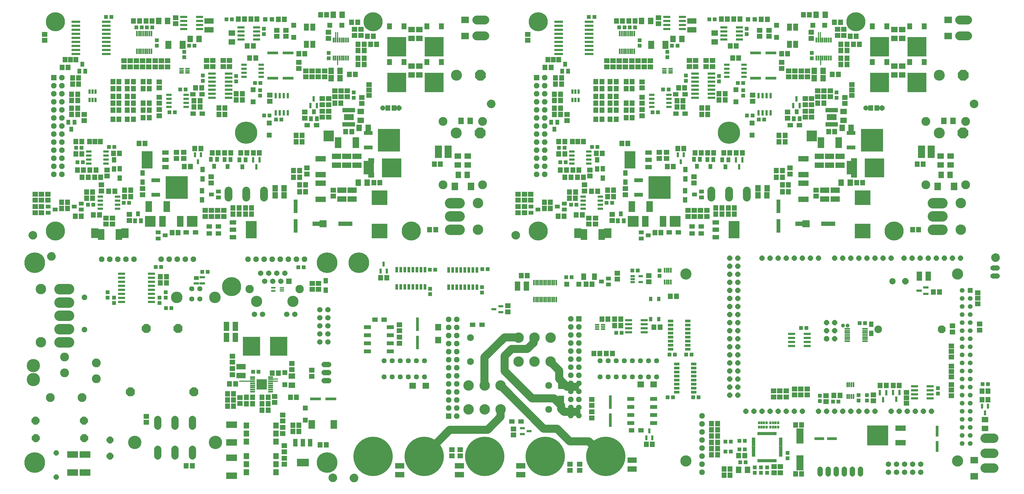
<source format=gts>
G75*
G70*
%OFA0B0*%
%FSLAX24Y24*%
%IPPOS*%
%LPD*%
%AMOC8*
5,1,8,0,0,1.08239X$1,22.5*
%
%ADD10R,0.1275X0.1700*%
%ADD11C,0.0120*%
%ADD12C,0.0140*%
%ADD13C,0.1000*%
%ADD14R,0.0671X0.0552*%
%ADD15R,0.0513X0.0474*%
%ADD16R,0.0671X0.0592*%
%ADD17R,0.0592X0.0671*%
%ADD18R,0.1143X0.0710*%
%ADD19R,0.0760X0.0270*%
%ADD20R,0.0474X0.0513*%
%ADD21R,0.0218X0.0710*%
%ADD22R,0.1080X0.0300*%
%ADD23R,0.0710X0.0790*%
%ADD24C,0.0973*%
%ADD25C,0.2759*%
%ADD26R,0.0552X0.0671*%
%ADD27R,0.0830X0.0530*%
%ADD28R,0.1375X0.2125*%
%ADD29R,0.0690X0.0316*%
%ADD30R,0.0474X0.0631*%
%ADD31R,0.0631X0.0474*%
%ADD32R,0.0789X0.1340*%
%ADD33R,0.0300X0.0680*%
%ADD34R,0.0300X0.0600*%
%ADD35R,0.1060X0.0450*%
%ADD36R,0.2770X0.2850*%
%ADD37R,0.0710X0.0789*%
%ADD38R,0.0860X0.0300*%
%ADD39R,0.0674X0.0674*%
%ADD40OC8,0.0674*%
%ADD41R,0.2444X0.2365*%
%ADD42R,0.0749X0.0592*%
%ADD43R,0.0789X0.0710*%
%ADD44R,0.1280X0.0680*%
%ADD45R,0.0260X0.0580*%
%ADD46R,0.1240X0.0770*%
%ADD47R,0.1360X0.0380*%
%ADD48R,0.0552X0.0552*%
%ADD49R,0.0631X0.0631*%
%ADD50R,0.0220X0.0640*%
%ADD51C,0.1360*%
%ADD52OC8,0.1360*%
%ADD53R,0.2365X0.2444*%
%ADD54R,0.0592X0.0749*%
%ADD55R,0.0316X0.0690*%
%ADD56R,0.0540X0.0220*%
%ADD57R,0.0300X0.0580*%
%ADD58R,0.0946X0.0316*%
%ADD59C,0.1100*%
%ADD60R,0.0510X0.1680*%
%ADD61R,0.0789X0.0946*%
%ADD62R,0.0909X0.1539*%
%ADD63R,0.0631X0.0907*%
%ADD64OC8,0.0640*%
%ADD65OC8,0.0600*%
%ADD66R,0.0946X0.0789*%
%ADD67R,0.1939X0.1841*%
%ADD68C,0.1100*%
%ADD69R,0.1720X0.0550*%
%ADD70R,0.0640X0.0220*%
%ADD71R,0.1298X0.1298*%
%ADD72R,0.2165X0.2362*%
%ADD73R,0.0710X0.1143*%
%ADD74OC8,0.0973*%
%ADD75R,0.0790X0.0710*%
%ADD76C,0.0907*%
%ADD77R,0.1340X0.0789*%
%ADD78OC8,0.0840*%
%ADD79C,0.1653*%
%ADD80R,0.0678X0.0781*%
%ADD81R,0.0789X0.1064*%
%ADD82C,0.0674*%
%ADD83C,0.0674*%
%ADD84R,0.0560X0.0960*%
%ADD85R,0.1504X0.0953*%
%ADD86C,0.0640*%
%ADD87C,0.1436*%
%ADD88C,0.1039*%
%ADD89C,0.1386*%
%ADD90R,0.0520X0.0180*%
%ADD91R,0.0520X0.0200*%
%ADD92R,0.0600X0.0450*%
%ADD93R,0.0700X0.0300*%
%ADD94OC8,0.0680*%
%ADD95R,0.0867X0.0474*%
%ADD96R,0.0220X0.0710*%
%ADD97R,0.0600X0.0300*%
%ADD98R,0.2641X0.2483*%
%ADD99R,0.1261X0.0710*%
%ADD100R,0.1210X0.0380*%
%ADD101C,0.0477*%
%ADD102R,0.0660X0.0220*%
%ADD103R,0.0867X0.1852*%
%ADD104R,0.0680X0.0300*%
%ADD105C,0.0640*%
%ADD106C,0.0946*%
%ADD107OC8,0.0946*%
%ADD108OC8,0.0634*%
%ADD109R,0.0320X0.0690*%
%ADD110R,0.0749X0.0789*%
%ADD111C,0.1299*%
%ADD112C,0.0848*%
%ADD113C,0.4885*%
%ADD114C,0.1172*%
%ADD115R,0.0690X0.0320*%
%ADD116R,0.0430X0.0580*%
%ADD117C,0.0595*%
%ADD118R,0.0595X0.0595*%
%ADD119R,0.0580X0.0300*%
%ADD120R,0.0631X0.0789*%
%ADD121R,0.0789X0.0749*%
%ADD122C,0.0634*%
%ADD123C,0.0103*%
%ADD124R,0.0277X0.0336*%
%ADD125R,0.0220X0.0600*%
%ADD126C,0.0050*%
%ADD127C,0.0780*%
%ADD128OC8,0.0780*%
%ADD129OC8,0.1100*%
%ADD130C,0.1299*%
%ADD131R,0.0380X0.1360*%
%ADD132R,0.0380X0.1680*%
%ADD133R,0.0516X0.0516*%
%ADD134C,0.2365*%
%ADD135C,0.2562*%
%ADD136C,0.1650*%
D10*
X043281Y041287D03*
X103124Y041287D03*
D11*
X099261Y054062D02*
X099261Y054862D01*
X039419Y054862D02*
X039419Y054062D01*
X028644Y014787D02*
X027269Y014787D01*
D12*
X031019Y014812D02*
X031969Y014812D01*
X031969Y015062D02*
X031044Y015062D01*
X039169Y057137D02*
X039169Y058062D01*
X039394Y058062D02*
X039394Y057137D01*
X099011Y057137D02*
X099011Y058062D01*
X099236Y058062D02*
X099236Y057137D01*
D13*
X063694Y020312D02*
X063694Y019562D01*
X062919Y018787D01*
X060969Y018787D01*
X060119Y017937D01*
X060119Y016062D01*
X063519Y012662D01*
X066244Y012662D01*
X067094Y011812D01*
X067094Y011362D01*
X067469Y010987D01*
X069019Y010987D01*
X066594Y008912D02*
X064944Y008912D01*
X059694Y014162D01*
X059669Y014212D02*
X059594Y014212D01*
X057619Y014312D02*
X057569Y014262D01*
X057619Y014312D02*
X057619Y017762D01*
X060094Y020237D01*
X061819Y020237D01*
X065794Y017187D02*
X066869Y016112D01*
X066869Y015087D01*
X067844Y014112D01*
X068844Y014112D01*
X059619Y011362D02*
X059619Y010387D01*
X057994Y008762D01*
X053319Y008762D01*
X050469Y005912D01*
X066594Y008912D02*
X068169Y007337D01*
X070544Y007337D01*
X072094Y005787D01*
X072269Y005787D01*
D14*
X075849Y008699D03*
X076991Y008699D03*
X062140Y009787D03*
X060998Y009787D03*
X057290Y021812D03*
X056148Y021812D03*
X045165Y022437D03*
X044023Y022437D03*
X024640Y033137D03*
X024640Y033987D03*
X023498Y033987D03*
X023498Y033137D03*
X021790Y033262D03*
X020648Y033262D03*
X035648Y046562D03*
X036790Y046562D03*
X022640Y048012D03*
X021498Y048012D03*
X021473Y050387D03*
X022615Y050387D03*
X080490Y033262D03*
X081632Y033262D03*
X083340Y033137D03*
X083340Y033987D03*
X084482Y033987D03*
X084482Y033137D03*
X095490Y046562D03*
X096632Y046562D03*
X082482Y048012D03*
X081340Y048012D03*
X081315Y050387D03*
X082457Y050387D03*
D15*
X080421Y051012D03*
X079752Y051012D03*
X079096Y048162D03*
X078427Y048162D03*
X071596Y043862D03*
X070927Y043862D03*
X067521Y043762D03*
X066852Y043762D03*
X067002Y041962D03*
X067671Y041962D03*
X072752Y036937D03*
X073421Y036937D03*
X068996Y036712D03*
X068327Y036712D03*
X075934Y028537D03*
X076603Y028537D03*
X074603Y020787D03*
X073934Y020787D03*
X080534Y018087D03*
X081203Y018087D03*
X082609Y018087D03*
X083278Y018087D03*
X083459Y012812D03*
X084128Y012812D03*
X080978Y012812D03*
X080309Y012812D03*
X089209Y007387D03*
X089878Y007387D03*
X088128Y007312D03*
X087459Y007312D03*
X089209Y006337D03*
X089878Y006337D03*
X088153Y006062D03*
X087484Y006062D03*
X089309Y004737D03*
X089978Y004737D03*
X100809Y012262D03*
X101478Y012262D03*
X119334Y014437D03*
X120003Y014437D03*
X104778Y022012D03*
X104109Y022012D03*
X097503Y021387D03*
X096834Y021387D03*
X058003Y028712D03*
X057334Y028712D03*
X051503Y028637D03*
X050834Y028637D03*
X029603Y015962D03*
X028934Y015962D03*
X023303Y028362D03*
X022634Y028362D03*
X009153Y036712D03*
X008484Y036712D03*
X012909Y036937D03*
X013578Y036937D03*
X007828Y041962D03*
X007159Y041962D03*
X007009Y043762D03*
X007678Y043762D03*
X011084Y043862D03*
X011753Y043862D03*
X018584Y048162D03*
X019253Y048162D03*
X019909Y051012D03*
X020578Y051012D03*
X029159Y051812D03*
X029828Y051812D03*
X029819Y050897D03*
X029819Y050228D03*
X031759Y047262D03*
X032428Y047262D03*
X021678Y056437D03*
X021009Y056437D03*
X016428Y058712D03*
X015759Y058712D03*
X015128Y058712D03*
X014459Y058712D03*
X011378Y059987D03*
X010709Y059987D03*
X070552Y059987D03*
X071221Y059987D03*
X074302Y058712D03*
X074971Y058712D03*
X075602Y058712D03*
X076271Y058712D03*
X080852Y056437D03*
X081521Y056437D03*
X089002Y051812D03*
X089671Y051812D03*
X089661Y050897D03*
X089661Y050228D03*
X091602Y047262D03*
X092271Y047262D03*
D16*
X090836Y049538D03*
X090836Y050286D03*
X095186Y048186D03*
X095186Y047438D03*
X097361Y047563D03*
X097361Y048311D03*
X098136Y048311D03*
X098136Y047563D03*
X098136Y049113D03*
X098136Y049861D03*
X097361Y049861D03*
X097361Y049113D03*
X098911Y050088D03*
X098911Y050836D03*
X099686Y050836D03*
X099686Y050088D03*
X100461Y050088D03*
X100461Y050836D03*
X102261Y050011D03*
X102261Y049263D03*
X103136Y050268D03*
X103136Y050937D03*
X103136Y051607D03*
X097636Y052563D03*
X097636Y053311D03*
X096861Y053311D03*
X096861Y052563D03*
X096086Y052563D03*
X096086Y053311D03*
X095311Y053311D03*
X095311Y052563D03*
X094436Y053613D03*
X094436Y054361D03*
X092861Y057588D03*
X091711Y057588D03*
X091711Y058336D03*
X092861Y058336D03*
X098111Y058086D03*
X098111Y057338D03*
X101361Y057713D03*
X101361Y058461D03*
X102136Y058461D03*
X102136Y057713D03*
X085861Y054586D03*
X085861Y053838D03*
X085086Y053838D03*
X085086Y054586D03*
X083786Y054586D03*
X083786Y053838D03*
X083011Y053838D03*
X083011Y054586D03*
X078186Y054561D03*
X078186Y053813D03*
X077411Y053813D03*
X077411Y054561D03*
X076636Y054561D03*
X076636Y053813D03*
X075861Y053813D03*
X075861Y054561D03*
X075086Y054561D03*
X075086Y053813D03*
X074311Y053813D03*
X074311Y054561D03*
X073536Y054561D03*
X073536Y053813D03*
X072786Y053813D03*
X072786Y054561D03*
X077136Y051936D03*
X077136Y051188D03*
X077136Y050036D03*
X077136Y049288D03*
X077136Y048491D03*
X077136Y047743D03*
X079286Y043186D03*
X079286Y042438D03*
X080186Y042438D03*
X080186Y043186D03*
X083586Y040161D03*
X083586Y039413D03*
X083611Y035986D03*
X083611Y035238D03*
X082836Y035238D03*
X082836Y035986D03*
X084386Y035986D03*
X084386Y035238D03*
X085161Y035238D03*
X085161Y035986D03*
X075086Y037938D03*
X075086Y038686D03*
X070686Y040263D03*
X070686Y041011D03*
X069988Y039165D03*
X069988Y038417D03*
X070536Y035036D03*
X071361Y035036D03*
X071361Y034288D03*
X070536Y034288D03*
X073436Y034738D03*
X073436Y035486D03*
X063336Y037263D03*
X063336Y038011D03*
X062561Y038011D03*
X062561Y037263D03*
X061786Y037263D03*
X061786Y038011D03*
X061786Y036461D03*
X061786Y035713D03*
X062561Y035713D03*
X062561Y036461D03*
X074069Y028211D03*
X074069Y027463D03*
X077969Y027138D03*
X077969Y027886D03*
X060519Y024161D03*
X060519Y023413D03*
X047069Y021811D03*
X047069Y021063D03*
X047069Y020261D03*
X047069Y019513D03*
X036194Y016161D03*
X036194Y015413D03*
X033744Y016238D03*
X033744Y016986D03*
X031594Y012911D03*
X031594Y012163D03*
X032619Y010611D03*
X032619Y009863D03*
X032619Y009061D03*
X032619Y008313D03*
X032819Y006786D03*
X032819Y006038D03*
X032819Y005236D03*
X032819Y004488D03*
X027319Y012023D03*
X027319Y012771D03*
X026369Y015613D03*
X026369Y016361D03*
X026369Y017163D03*
X026369Y017911D03*
X015694Y010436D03*
X015694Y009688D03*
X036269Y026188D03*
X036269Y026936D03*
X037044Y026936D03*
X037044Y026188D03*
X025319Y035238D03*
X025319Y035986D03*
X024544Y035986D03*
X024544Y035238D03*
X023769Y035238D03*
X023769Y035986D03*
X022994Y035986D03*
X022994Y035238D03*
X015244Y037938D03*
X015244Y038686D03*
X010844Y040263D03*
X010844Y041011D03*
X010145Y039165D03*
X010145Y038417D03*
X010694Y035036D03*
X011519Y035036D03*
X011519Y034288D03*
X010694Y034288D03*
X013594Y034738D03*
X013594Y035486D03*
X003494Y037263D03*
X003494Y038011D03*
X002719Y038011D03*
X002719Y037263D03*
X001944Y037263D03*
X001944Y038011D03*
X001944Y036461D03*
X001944Y035713D03*
X002719Y035713D03*
X002719Y036461D03*
X019444Y042438D03*
X019444Y043186D03*
X020344Y043186D03*
X020344Y042438D03*
X023744Y040161D03*
X023744Y039413D03*
X035619Y040513D03*
X035619Y041261D03*
X038869Y038511D03*
X038869Y037763D03*
X038294Y047563D03*
X038294Y048311D03*
X037519Y048311D03*
X037519Y047563D03*
X035344Y047438D03*
X035344Y048186D03*
X037519Y049113D03*
X037519Y049861D03*
X038294Y049861D03*
X038294Y049113D03*
X039069Y050088D03*
X039069Y050836D03*
X039844Y050836D03*
X039844Y050088D03*
X040619Y050088D03*
X040619Y050836D03*
X042419Y050011D03*
X042419Y049263D03*
X043294Y050268D03*
X043294Y050937D03*
X043294Y051607D03*
X037794Y052563D03*
X037794Y053311D03*
X037019Y053311D03*
X037019Y052563D03*
X036244Y052563D03*
X036244Y053311D03*
X035469Y053311D03*
X035469Y052563D03*
X034594Y053613D03*
X034594Y054361D03*
X033019Y057588D03*
X031869Y057588D03*
X031869Y058336D03*
X033019Y058336D03*
X038269Y058086D03*
X038269Y057338D03*
X041519Y057713D03*
X041519Y058461D03*
X042294Y058461D03*
X042294Y057713D03*
X026019Y054586D03*
X026019Y053838D03*
X025244Y053838D03*
X025244Y054586D03*
X023944Y054586D03*
X023944Y053838D03*
X023169Y053838D03*
X023169Y054586D03*
X018344Y054561D03*
X018344Y053813D03*
X017569Y053813D03*
X017569Y054561D03*
X016794Y054561D03*
X016794Y053813D03*
X016019Y053813D03*
X016019Y054561D03*
X015244Y054561D03*
X015244Y053813D03*
X014469Y053813D03*
X014469Y054561D03*
X013694Y054561D03*
X013694Y053813D03*
X012944Y053813D03*
X012944Y054561D03*
X017294Y051936D03*
X017294Y051188D03*
X017294Y050036D03*
X017294Y049288D03*
X017294Y048491D03*
X017294Y047743D03*
X007994Y047886D03*
X007994Y047138D03*
X003119Y057088D03*
X003119Y057836D03*
X019344Y059163D03*
X019344Y059911D03*
X030994Y050286D03*
X030994Y049538D03*
X062961Y057088D03*
X062961Y057836D03*
X079186Y059163D03*
X079186Y059911D03*
X067836Y047886D03*
X067836Y047138D03*
X095461Y041261D03*
X095461Y040513D03*
X098711Y038511D03*
X098711Y037763D03*
X118744Y025757D03*
X118744Y025087D03*
X118744Y024418D03*
X118969Y021886D03*
X118969Y021138D03*
X115619Y020913D03*
X115619Y021661D03*
X115469Y019157D03*
X115469Y018487D03*
X115469Y017818D03*
X115469Y016682D03*
X115469Y016012D03*
X115469Y015343D03*
X115469Y014357D03*
X115469Y013687D03*
X115469Y013018D03*
X109894Y012737D03*
X109894Y012068D03*
X109894Y013407D03*
X105794Y013111D03*
X105794Y012363D03*
X099944Y012263D03*
X099944Y013011D03*
X097594Y013088D03*
X097594Y013836D03*
X096819Y013836D03*
X096819Y013088D03*
X096044Y013088D03*
X096044Y013836D03*
X094994Y013586D03*
X094219Y013586D03*
X093444Y013586D03*
X093444Y012838D03*
X094219Y012838D03*
X094994Y012838D03*
X094269Y004186D03*
X094269Y003438D03*
X093494Y003438D03*
X093494Y004186D03*
X070894Y010238D03*
X070894Y010986D03*
X070894Y011788D03*
X070894Y012536D03*
X061194Y008867D03*
X061194Y008119D03*
X054594Y006286D03*
X054594Y005538D03*
X053569Y005538D03*
X053569Y006286D03*
X068219Y004486D03*
X068219Y003738D03*
X069419Y003738D03*
X069419Y004486D03*
D17*
X077670Y006962D03*
X078418Y006962D03*
X085745Y007212D03*
X086493Y007212D03*
X086493Y006437D03*
X085745Y006437D03*
X085745Y005662D03*
X086493Y005662D03*
X089120Y005562D03*
X089868Y005562D03*
X088043Y003912D03*
X087295Y003912D03*
X087295Y003137D03*
X088043Y003137D03*
X096170Y003312D03*
X096918Y003312D03*
X086493Y007987D03*
X085745Y007987D03*
X085745Y008762D03*
X086493Y008762D03*
X086493Y009537D03*
X085745Y009537D03*
X096170Y009362D03*
X096918Y009362D03*
X100920Y013037D03*
X101668Y013037D03*
X106645Y014262D03*
X107393Y014262D03*
X108270Y014262D03*
X109018Y014262D03*
X119270Y013562D03*
X120018Y013562D03*
X120018Y012487D03*
X119270Y012487D03*
X113993Y025862D03*
X113245Y025862D03*
X111410Y033587D03*
X110662Y033587D03*
X104485Y039437D03*
X103737Y039437D03*
X111237Y041737D03*
X111985Y041737D03*
X101010Y045762D03*
X100262Y045762D03*
X094860Y045287D03*
X094112Y045287D03*
X094112Y044487D03*
X094860Y044487D03*
X089560Y043137D03*
X088812Y043137D03*
X088010Y043137D03*
X087262Y043137D03*
X086010Y043137D03*
X085262Y043137D03*
X084460Y043137D03*
X083712Y043137D03*
X082310Y043662D03*
X081562Y043662D03*
X081010Y041437D03*
X080262Y041437D03*
X075385Y044287D03*
X074637Y044287D03*
X072214Y043081D03*
X071466Y043081D03*
X069856Y044537D03*
X069186Y044537D03*
X068517Y044537D03*
X067560Y044537D03*
X066812Y044537D03*
X066812Y042987D03*
X067560Y042987D03*
X067760Y041012D03*
X067012Y041012D03*
X067587Y040112D03*
X068335Y040112D03*
X069137Y040112D03*
X069885Y040112D03*
X069310Y041012D03*
X068562Y041012D03*
X068892Y038281D03*
X068144Y038281D03*
X068137Y037500D03*
X068885Y037500D03*
X070887Y038362D03*
X071635Y038362D03*
X072862Y038494D03*
X073610Y038494D03*
X073610Y037713D03*
X072862Y037713D03*
X069735Y035437D03*
X068987Y035437D03*
X067485Y035262D03*
X066737Y035262D03*
X065785Y036237D03*
X065037Y036237D03*
X065037Y037012D03*
X065785Y037012D03*
X078737Y033237D03*
X079485Y033237D03*
X086287Y035537D03*
X087035Y035537D03*
X087837Y035537D03*
X088585Y035537D03*
X088585Y036312D03*
X087837Y036312D03*
X087035Y036312D03*
X086287Y036312D03*
X093787Y040087D03*
X094535Y040087D03*
X094535Y040937D03*
X093787Y040937D03*
X094537Y039162D03*
X095285Y039162D03*
X095285Y038312D03*
X094537Y038312D03*
X075910Y047512D03*
X075162Y047512D03*
X075162Y048437D03*
X075910Y048437D03*
X075910Y049287D03*
X075162Y049287D03*
X073935Y049287D03*
X073187Y049287D03*
X073187Y050132D03*
X073935Y050132D03*
X072160Y050132D03*
X071412Y050132D03*
X071412Y049287D03*
X072160Y049287D03*
X072160Y048437D03*
X071412Y048437D03*
X071412Y047287D03*
X072160Y047287D03*
X073187Y047287D03*
X073935Y047287D03*
X073935Y048436D03*
X073187Y048436D03*
X067035Y048662D03*
X066287Y048662D03*
X066287Y047887D03*
X067035Y047887D03*
X067035Y049637D03*
X066287Y049637D03*
X066287Y050412D03*
X067035Y050412D03*
X067160Y051662D03*
X066412Y051662D03*
X066412Y052437D03*
X067160Y052437D03*
X065860Y053737D03*
X065112Y053737D03*
X065467Y054687D03*
X066136Y054687D03*
X066806Y054687D03*
X071412Y051962D03*
X072160Y051962D03*
X072160Y051112D03*
X071412Y051112D03*
X073187Y051112D03*
X073935Y051112D03*
X073935Y051962D03*
X073187Y051962D03*
X075162Y051962D03*
X075910Y051962D03*
X075910Y051112D03*
X075162Y051112D03*
X081462Y049612D03*
X082210Y049612D03*
X082210Y048837D03*
X081462Y048837D03*
X084537Y048687D03*
X085285Y048687D03*
X085285Y047912D03*
X084537Y047912D03*
X086687Y049687D03*
X087435Y049687D03*
X087435Y050462D03*
X086687Y050462D03*
X082410Y051187D03*
X081662Y051187D03*
X088362Y054887D03*
X089110Y054887D03*
X088810Y056387D03*
X088062Y056387D03*
X094437Y055437D03*
X095185Y055437D03*
X100712Y052862D03*
X101460Y052862D03*
X101787Y054087D03*
X102535Y054087D03*
X102535Y054862D03*
X101787Y054862D03*
X101787Y055837D03*
X102535Y055837D03*
X102535Y056612D03*
X101787Y056612D03*
X102937Y057612D03*
X103685Y057612D03*
X103337Y056612D03*
X104085Y056612D03*
X101735Y059337D03*
X100987Y059337D03*
X097885Y060262D03*
X097137Y060262D03*
X092660Y059712D03*
X091912Y059712D03*
X089260Y059737D03*
X088512Y059737D03*
X087710Y059737D03*
X086962Y059737D03*
X076260Y059487D03*
X075512Y059487D03*
X074710Y059487D03*
X073962Y059487D03*
X098912Y049287D03*
X099660Y049287D03*
X105487Y048712D03*
X106235Y048712D03*
X062918Y027912D03*
X062170Y027912D03*
X070195Y026837D03*
X070943Y026837D03*
X072170Y022487D03*
X072918Y022487D03*
X073745Y022487D03*
X074493Y022487D03*
X074493Y021712D03*
X073745Y021712D03*
X078620Y021487D03*
X079368Y021487D03*
X080645Y025337D03*
X081393Y025337D03*
X073468Y018237D03*
X072720Y018237D03*
X071918Y018237D03*
X071170Y018237D03*
X045493Y027637D03*
X044745Y027637D03*
X050820Y033587D03*
X051568Y033587D03*
X044643Y039437D03*
X043895Y039437D03*
X051395Y041737D03*
X052143Y041737D03*
X041168Y045762D03*
X040420Y045762D03*
X035018Y045287D03*
X034270Y045287D03*
X034270Y044487D03*
X035018Y044487D03*
X029718Y043137D03*
X028970Y043137D03*
X028168Y043137D03*
X027420Y043137D03*
X026168Y043137D03*
X025420Y043137D03*
X024618Y043137D03*
X023870Y043137D03*
X022468Y043662D03*
X021720Y043662D03*
X021168Y041437D03*
X020420Y041437D03*
X015543Y044287D03*
X014795Y044287D03*
X012372Y043081D03*
X011624Y043081D03*
X010013Y044537D03*
X009344Y044537D03*
X008674Y044537D03*
X007718Y044537D03*
X006970Y044537D03*
X006970Y042987D03*
X007718Y042987D03*
X007918Y041012D03*
X007170Y041012D03*
X007745Y040112D03*
X008493Y040112D03*
X009295Y040112D03*
X010043Y040112D03*
X009468Y041012D03*
X008720Y041012D03*
X009049Y038281D03*
X008301Y038281D03*
X008295Y037500D03*
X009043Y037500D03*
X011045Y038362D03*
X011793Y038362D03*
X013020Y038494D03*
X013768Y038494D03*
X013768Y037713D03*
X013020Y037713D03*
X009893Y035437D03*
X009145Y035437D03*
X007643Y035262D03*
X006895Y035262D03*
X005943Y036237D03*
X005195Y036237D03*
X005195Y037012D03*
X005943Y037012D03*
X018895Y033237D03*
X019643Y033237D03*
X026445Y035537D03*
X027193Y035537D03*
X027995Y035537D03*
X028743Y035537D03*
X028743Y036312D03*
X027995Y036312D03*
X027193Y036312D03*
X026445Y036312D03*
X033945Y040087D03*
X034693Y040087D03*
X034693Y040937D03*
X033945Y040937D03*
X034695Y039162D03*
X035443Y039162D03*
X035443Y038312D03*
X034695Y038312D03*
X016068Y047512D03*
X015320Y047512D03*
X015320Y048437D03*
X016068Y048437D03*
X016068Y049287D03*
X015320Y049287D03*
X014093Y049287D03*
X013345Y049287D03*
X013345Y050132D03*
X014093Y050132D03*
X012318Y050132D03*
X011570Y050132D03*
X011570Y049287D03*
X012318Y049287D03*
X012318Y048437D03*
X011570Y048437D03*
X011570Y047287D03*
X012318Y047287D03*
X013345Y047287D03*
X014093Y047287D03*
X014093Y048436D03*
X013345Y048436D03*
X013345Y051112D03*
X014093Y051112D03*
X014093Y051962D03*
X013345Y051962D03*
X012318Y051962D03*
X011570Y051962D03*
X011570Y051112D03*
X012318Y051112D03*
X015320Y051112D03*
X016068Y051112D03*
X016068Y051962D03*
X015320Y051962D03*
X021820Y051187D03*
X022568Y051187D03*
X022368Y049612D03*
X021620Y049612D03*
X021620Y048837D03*
X022368Y048837D03*
X024695Y048687D03*
X025443Y048687D03*
X025443Y047912D03*
X024695Y047912D03*
X026845Y049687D03*
X027593Y049687D03*
X027593Y050462D03*
X026845Y050462D03*
X028520Y054887D03*
X029268Y054887D03*
X028968Y056387D03*
X028220Y056387D03*
X034595Y055437D03*
X035343Y055437D03*
X040870Y052862D03*
X041618Y052862D03*
X041945Y054087D03*
X042693Y054087D03*
X042693Y054862D03*
X041945Y054862D03*
X041945Y055837D03*
X042693Y055837D03*
X042693Y056612D03*
X041945Y056612D03*
X043095Y057612D03*
X043843Y057612D03*
X043495Y056612D03*
X044243Y056612D03*
X041893Y059337D03*
X041145Y059337D03*
X038043Y060262D03*
X037295Y060262D03*
X032818Y059712D03*
X032070Y059712D03*
X029418Y059737D03*
X028670Y059737D03*
X027868Y059737D03*
X027120Y059737D03*
X016418Y059487D03*
X015670Y059487D03*
X014868Y059487D03*
X014120Y059487D03*
X006963Y054687D03*
X006294Y054687D03*
X005624Y054687D03*
X005270Y053737D03*
X006018Y053737D03*
X006570Y052437D03*
X007318Y052437D03*
X007318Y051662D03*
X006570Y051662D03*
X006445Y050412D03*
X007193Y050412D03*
X007193Y049637D03*
X006445Y049637D03*
X006445Y048662D03*
X007193Y048662D03*
X007193Y047887D03*
X006445Y047887D03*
X039070Y049287D03*
X039818Y049287D03*
X045645Y048712D03*
X046393Y048712D03*
X018193Y027762D03*
X017445Y027762D03*
X017445Y026987D03*
X018193Y026987D03*
X031320Y015812D03*
X032068Y015812D03*
X026768Y014462D03*
X026020Y014462D03*
X025770Y013237D03*
X026518Y013237D03*
X026518Y012462D03*
X025770Y012462D03*
X025770Y011687D03*
X026518Y011687D03*
X028120Y012012D03*
X028868Y012012D03*
X028868Y012787D03*
X028120Y012787D03*
X030045Y012787D03*
X030793Y012787D03*
X030793Y011987D03*
X030045Y011987D03*
X030045Y011212D03*
X030793Y011212D03*
X033570Y012812D03*
X034318Y012812D03*
X034618Y009337D03*
X033870Y009337D03*
X033870Y008562D03*
X034618Y008562D03*
X037245Y006887D03*
X037993Y006887D03*
X021393Y004287D03*
X020645Y004287D03*
D18*
X027444Y015511D03*
X027444Y016613D03*
X047094Y004288D03*
X047094Y003186D03*
X054494Y003186D03*
X054494Y004288D03*
X062094Y004288D03*
X062094Y003186D03*
X075894Y003886D03*
X075894Y004988D03*
X099786Y037386D03*
X101061Y037386D03*
X101061Y038488D03*
X099786Y038488D03*
X100386Y041586D03*
X099111Y041586D03*
X099111Y042688D03*
X100386Y042688D03*
X101661Y042688D03*
X101661Y041586D03*
X083311Y058411D03*
X083311Y059513D03*
X041819Y042688D03*
X040544Y042688D03*
X039269Y042688D03*
X039269Y041586D03*
X040544Y041586D03*
X041819Y041586D03*
X041219Y038488D03*
X039944Y038488D03*
X039944Y037386D03*
X041219Y037386D03*
X023469Y058411D03*
X023469Y059513D03*
D19*
X020199Y056917D03*
X020199Y056667D03*
X020199Y056407D03*
X020199Y056157D03*
X018439Y056157D03*
X018439Y056407D03*
X018439Y056667D03*
X018439Y056917D03*
X078281Y056917D03*
X078281Y056667D03*
X078281Y056407D03*
X078281Y056157D03*
X080041Y056157D03*
X080041Y056407D03*
X080041Y056667D03*
X080041Y056917D03*
D20*
X080261Y055672D03*
X080261Y055003D03*
X076836Y056428D03*
X076836Y057097D03*
X085477Y059687D03*
X086146Y059687D03*
X090111Y058522D03*
X090111Y057853D03*
X098161Y055547D03*
X098161Y054878D03*
X101236Y050647D03*
X101236Y049978D03*
X090821Y047762D03*
X090152Y047762D03*
X086686Y052003D03*
X086686Y052672D03*
X082561Y052747D03*
X082561Y052078D03*
X041394Y050647D03*
X041394Y049978D03*
X038319Y054878D03*
X038319Y055547D03*
X030269Y057853D03*
X030269Y058522D03*
X026303Y059687D03*
X025634Y059687D03*
X016994Y057097D03*
X016994Y056428D03*
X020419Y055672D03*
X020419Y055003D03*
X022719Y052747D03*
X022719Y052078D03*
X026844Y052003D03*
X026844Y052672D03*
X030309Y047762D03*
X030978Y047762D03*
X034534Y028937D03*
X035203Y028937D03*
X050869Y026272D03*
X050869Y025603D03*
X057294Y025803D03*
X057294Y026472D03*
X067734Y027687D03*
X068403Y027687D03*
X079294Y027878D03*
X079294Y028547D03*
X099169Y012997D03*
X099169Y012328D03*
X103969Y012403D03*
X103969Y013072D03*
X105019Y013072D03*
X105019Y012403D03*
X113794Y013253D03*
X113794Y013922D03*
X095169Y005897D03*
X095169Y005228D03*
X092644Y004097D03*
X092644Y003428D03*
X091869Y003428D03*
X091869Y004097D03*
X091094Y004097D03*
X091094Y003428D03*
X018803Y023862D03*
X018134Y023862D03*
X017344Y024503D03*
X017344Y025172D03*
X018119Y025178D03*
X018119Y025847D03*
X017553Y028962D03*
X016884Y028962D03*
X010919Y025822D03*
X011694Y025172D03*
X010919Y025153D03*
X011694Y024503D03*
D21*
X014538Y055735D03*
X014794Y055735D03*
X015050Y055735D03*
X015306Y055735D03*
X015562Y055735D03*
X015818Y055735D03*
X016074Y055735D03*
X016330Y055735D03*
X016330Y057940D03*
X016074Y057940D03*
X015818Y057940D03*
X015562Y057940D03*
X015306Y057940D03*
X015050Y057940D03*
X014794Y057940D03*
X014538Y057940D03*
X074381Y057940D03*
X074637Y057940D03*
X074893Y057940D03*
X075148Y057940D03*
X075404Y057940D03*
X075660Y057940D03*
X075916Y057940D03*
X076172Y057940D03*
X076172Y055735D03*
X075916Y055735D03*
X075660Y055735D03*
X075404Y055735D03*
X075148Y055735D03*
X074893Y055735D03*
X074637Y055735D03*
X074381Y055735D03*
D22*
X070566Y055912D03*
X070566Y055412D03*
X070566Y056412D03*
X070566Y056912D03*
X070566Y057412D03*
X070566Y057912D03*
X070566Y058412D03*
X070566Y058912D03*
X070566Y059412D03*
X066806Y059412D03*
X066806Y058912D03*
X066806Y058412D03*
X066806Y057912D03*
X066806Y057412D03*
X066806Y056912D03*
X066806Y056412D03*
X066806Y055912D03*
X066806Y055412D03*
X010724Y055412D03*
X010724Y055912D03*
X010724Y056412D03*
X010724Y056912D03*
X010724Y057412D03*
X010724Y057912D03*
X010724Y058412D03*
X010724Y058912D03*
X010724Y059412D03*
X006964Y059412D03*
X006964Y058912D03*
X006964Y058412D03*
X006964Y057912D03*
X006964Y057412D03*
X006964Y056912D03*
X006964Y056412D03*
X006964Y055912D03*
X006964Y055412D03*
D23*
X017234Y059487D03*
X018354Y059487D03*
X038859Y060262D03*
X039979Y060262D03*
X054709Y047112D03*
X055829Y047112D03*
X043204Y046237D03*
X042084Y046237D03*
X041959Y039437D03*
X043079Y039437D03*
X032779Y038737D03*
X031659Y038737D03*
X077076Y059487D03*
X078196Y059487D03*
X098701Y060262D03*
X099821Y060262D03*
X114551Y047112D03*
X115671Y047112D03*
X103046Y046237D03*
X101926Y046237D03*
X101801Y039437D03*
X102921Y039437D03*
X092621Y038737D03*
X091501Y038737D03*
D24*
X090098Y038481D02*
X090098Y037596D01*
X087898Y037596D02*
X087898Y038481D01*
X085698Y038481D02*
X085698Y037596D01*
X030256Y037596D02*
X030256Y038481D01*
X028056Y038481D02*
X028056Y037596D01*
X025856Y037596D02*
X025856Y038481D01*
D25*
X028056Y045638D03*
X087898Y045638D03*
D26*
X082511Y041058D03*
X082511Y039916D03*
X082461Y038433D03*
X082461Y037291D03*
X075086Y039491D03*
X075086Y040633D03*
X072261Y041158D03*
X071561Y041141D03*
X071561Y042283D03*
X072261Y040016D03*
X037944Y027258D03*
X037944Y026116D03*
X022619Y037291D03*
X022619Y038433D03*
X022669Y039916D03*
X022669Y041058D03*
X015244Y040633D03*
X015244Y039491D03*
X012419Y040016D03*
X012419Y041158D03*
X011719Y041141D03*
X011719Y042283D03*
X105544Y021883D03*
X105544Y020741D03*
D27*
X086276Y032677D03*
X086276Y033587D03*
X086276Y034497D03*
X077921Y041352D03*
X077921Y042262D03*
X077921Y043172D03*
X026434Y034497D03*
X026434Y033587D03*
X026434Y032677D03*
X018079Y041352D03*
X018079Y042262D03*
X018079Y043172D03*
D28*
X015809Y042262D03*
X028704Y033587D03*
X075651Y042262D03*
X088546Y033587D03*
D29*
X071974Y036189D03*
X071974Y036689D03*
X071974Y037189D03*
X071974Y037689D03*
X069848Y037689D03*
X069848Y037189D03*
X069848Y036689D03*
X069848Y036189D03*
X070549Y041814D03*
X070549Y042314D03*
X070549Y042814D03*
X070549Y043314D03*
X068423Y043314D03*
X068423Y042814D03*
X068423Y042314D03*
X068423Y041814D03*
X078348Y048839D03*
X078348Y049339D03*
X078348Y049839D03*
X078348Y050339D03*
X080474Y050339D03*
X080474Y049839D03*
X080474Y049339D03*
X080474Y048839D03*
X087648Y052564D03*
X087648Y053064D03*
X087648Y053564D03*
X087648Y054064D03*
X089774Y054064D03*
X089774Y053564D03*
X089774Y053064D03*
X089774Y052564D03*
X029932Y052564D03*
X029932Y053064D03*
X029932Y053564D03*
X029932Y054064D03*
X027806Y054064D03*
X027806Y053564D03*
X027806Y053064D03*
X027806Y052564D03*
X020632Y050339D03*
X020632Y049839D03*
X020632Y049339D03*
X020632Y048839D03*
X018506Y048839D03*
X018506Y049339D03*
X018506Y049839D03*
X018506Y050339D03*
X010707Y043314D03*
X010707Y042814D03*
X010707Y042314D03*
X010707Y041814D03*
X008581Y041814D03*
X008581Y042314D03*
X008581Y042814D03*
X008581Y043314D03*
X010006Y037689D03*
X010006Y037189D03*
X010006Y036689D03*
X010006Y036189D03*
X012132Y036189D03*
X012132Y036689D03*
X012132Y037189D03*
X012132Y037689D03*
D30*
X014669Y035570D03*
X015043Y034704D03*
X014295Y034704D03*
X024094Y041454D03*
X024468Y042320D03*
X023720Y042320D03*
X025395Y042295D03*
X026143Y042295D03*
X025769Y041429D03*
X027245Y042270D03*
X027993Y042270D03*
X027619Y041404D03*
X036095Y047379D03*
X036843Y047379D03*
X036469Y048245D03*
X008143Y053254D03*
X007395Y053254D03*
X007769Y054120D03*
X006793Y046945D03*
X006045Y046945D03*
X006419Y046079D03*
X065887Y046945D03*
X066635Y046945D03*
X066261Y046079D03*
X067237Y053254D03*
X067985Y053254D03*
X067611Y054120D03*
X083562Y042320D03*
X084310Y042320D03*
X085237Y042295D03*
X085985Y042295D03*
X085611Y041429D03*
X083936Y041454D03*
X087087Y042270D03*
X087835Y042270D03*
X087461Y041404D03*
X095937Y047379D03*
X096685Y047379D03*
X096311Y048245D03*
X074511Y035570D03*
X074137Y034704D03*
X074885Y034704D03*
D31*
X077028Y033261D03*
X077894Y032887D03*
X077028Y032513D03*
X067494Y036088D03*
X066628Y036462D03*
X067494Y036836D03*
X064244Y036087D03*
X063378Y035713D03*
X063378Y036461D03*
X072111Y027162D03*
X072977Y026788D03*
X072977Y027536D03*
X083628Y037962D03*
X084494Y037588D03*
X084494Y038336D03*
X024652Y038336D03*
X024652Y037588D03*
X023786Y037962D03*
X017186Y033261D03*
X018052Y032887D03*
X017186Y032513D03*
X007652Y036088D03*
X006786Y036462D03*
X007652Y036836D03*
X004402Y036087D03*
X003536Y035713D03*
X003536Y036461D03*
D32*
X010091Y032987D03*
X012296Y032987D03*
X017691Y034637D03*
X019896Y034637D03*
X018221Y036462D03*
X016016Y036462D03*
X039466Y044412D03*
X041671Y044412D03*
X069934Y032987D03*
X072139Y032987D03*
X077534Y034637D03*
X079739Y034637D03*
X078064Y036462D03*
X075859Y036462D03*
X099309Y044412D03*
X101514Y044412D03*
D33*
X096686Y048987D03*
X095886Y048987D03*
X096286Y049837D03*
X089586Y042262D03*
X088786Y042262D03*
X089186Y041412D03*
X036844Y048987D03*
X036044Y048987D03*
X036444Y049837D03*
X029744Y042262D03*
X028944Y042262D03*
X029344Y041412D03*
X106594Y013362D03*
X107394Y013362D03*
X108244Y013412D03*
X109044Y013412D03*
X108644Y012562D03*
X106994Y012512D03*
D34*
X119274Y011717D03*
X120014Y011717D03*
X119644Y010857D03*
X078414Y007782D03*
X077674Y007782D03*
X078044Y008642D03*
X045489Y028482D03*
X044749Y028482D03*
X045119Y029342D03*
X022094Y042032D03*
X022464Y042892D03*
X021724Y042892D03*
X081566Y042892D03*
X082306Y042892D03*
X081936Y042032D03*
D35*
X076718Y039720D03*
X076718Y037920D03*
X103041Y043787D03*
X103041Y045587D03*
X043199Y045587D03*
X043199Y043787D03*
X016875Y039720D03*
X016875Y037920D03*
D36*
X019455Y038820D03*
X045779Y044687D03*
X079298Y038820D03*
X105621Y044687D03*
D37*
X114210Y040412D03*
X115312Y040412D03*
X092612Y037862D03*
X091510Y037862D03*
X098460Y052412D03*
X098460Y053287D03*
X099562Y053287D03*
X099562Y052412D03*
X082087Y057262D03*
X080985Y057262D03*
X055470Y040412D03*
X054368Y040412D03*
X032770Y037862D03*
X031668Y037862D03*
X038618Y052412D03*
X038618Y053287D03*
X039720Y053287D03*
X039720Y052412D03*
X022245Y057262D03*
X021143Y057262D03*
X089118Y003787D03*
X090220Y003787D03*
D38*
X110899Y012662D03*
X110899Y013162D03*
X110899Y013662D03*
X110899Y014162D03*
X112839Y014162D03*
X112839Y013662D03*
X112839Y013162D03*
X112839Y012662D03*
X097614Y019162D03*
X097614Y019662D03*
X097614Y020162D03*
X097614Y020662D03*
X095674Y020662D03*
X095674Y020162D03*
X095674Y019662D03*
X095674Y019162D03*
X077414Y020862D03*
X077414Y021362D03*
X077414Y021862D03*
X077414Y022362D03*
X075474Y022362D03*
X075474Y021862D03*
X075474Y021362D03*
X075474Y020862D03*
X016344Y024637D03*
X016344Y025137D03*
X016344Y025637D03*
X016344Y026137D03*
X016344Y026637D03*
X016344Y027137D03*
X016344Y027637D03*
X016344Y028137D03*
X012644Y028137D03*
X012644Y027637D03*
X012644Y027137D03*
X012644Y026637D03*
X012644Y026137D03*
X012644Y025637D03*
X012644Y025137D03*
X012644Y024637D03*
X027424Y057212D03*
X027424Y057712D03*
X027424Y058212D03*
X027424Y058712D03*
X029364Y058712D03*
X029364Y058212D03*
X029364Y057712D03*
X029364Y057212D03*
X022289Y058512D03*
X022289Y059012D03*
X022289Y059512D03*
X022289Y060012D03*
X020349Y060012D03*
X020349Y059512D03*
X020349Y059012D03*
X020349Y058512D03*
X080191Y058512D03*
X080191Y059012D03*
X080191Y059512D03*
X080191Y060012D03*
X082131Y060012D03*
X082131Y059512D03*
X082131Y059012D03*
X082131Y058512D03*
X087266Y058712D03*
X087266Y058212D03*
X087266Y057712D03*
X087266Y057212D03*
X089206Y057212D03*
X089206Y057712D03*
X089206Y058212D03*
X089206Y058712D03*
D39*
X064068Y052453D03*
X033359Y027211D03*
X053155Y010477D03*
X069296Y022532D03*
X004226Y052453D03*
D40*
X005226Y052453D03*
X005226Y051453D03*
X005226Y050453D03*
X004226Y050453D03*
X004226Y051453D03*
X004226Y049453D03*
X005226Y049453D03*
X005226Y048453D03*
X005226Y047453D03*
X004226Y047453D03*
X004226Y048453D03*
X004226Y046453D03*
X005226Y046453D03*
X005226Y045453D03*
X004226Y045453D03*
X004226Y044453D03*
X005226Y044453D03*
X005226Y043453D03*
X005226Y042453D03*
X004226Y042453D03*
X004226Y043453D03*
X004226Y041453D03*
X005226Y041453D03*
X005226Y040453D03*
X004226Y040453D03*
X010169Y029937D03*
X011169Y029937D03*
X012169Y029937D03*
X013169Y029937D03*
X014169Y029937D03*
X017544Y029937D03*
X018544Y029937D03*
X019544Y029937D03*
X020544Y029937D03*
X021544Y029937D03*
X028319Y029937D03*
X029319Y029937D03*
X030319Y029937D03*
X031319Y029937D03*
X032319Y029937D03*
X033319Y029937D03*
X034319Y029937D03*
X035319Y029937D03*
X053155Y022477D03*
X054155Y022477D03*
X054155Y021477D03*
X053155Y021477D03*
X053155Y020477D03*
X054155Y020477D03*
X054155Y019477D03*
X053155Y019477D03*
X053155Y018477D03*
X054155Y018477D03*
X054155Y017477D03*
X053155Y017477D03*
X053155Y016477D03*
X054155Y016477D03*
X054155Y015477D03*
X053155Y015477D03*
X053155Y014477D03*
X054155Y014477D03*
X054155Y013477D03*
X053155Y013477D03*
X053155Y012477D03*
X054155Y012477D03*
X054155Y011477D03*
X053155Y011477D03*
X054155Y010477D03*
X068296Y010532D03*
X068296Y011532D03*
X069296Y011532D03*
X069296Y010532D03*
X069296Y012532D03*
X068296Y012532D03*
X068296Y013532D03*
X068296Y014532D03*
X069296Y014532D03*
X069296Y013532D03*
X069296Y015532D03*
X068296Y015532D03*
X068296Y016532D03*
X069296Y016532D03*
X069296Y017532D03*
X068296Y017532D03*
X068296Y018532D03*
X068296Y019532D03*
X069296Y019532D03*
X069296Y018532D03*
X069296Y020532D03*
X068296Y020532D03*
X068296Y021532D03*
X068296Y022532D03*
X069296Y021532D03*
X084569Y010512D03*
X084569Y009512D03*
X084569Y008512D03*
X084569Y007512D03*
X084569Y006512D03*
X084569Y005512D03*
X084569Y004512D03*
X084569Y003512D03*
X065068Y040453D03*
X064068Y040453D03*
X064068Y041453D03*
X065068Y041453D03*
X065068Y042453D03*
X064068Y042453D03*
X064068Y043453D03*
X065068Y043453D03*
X065068Y044453D03*
X064068Y044453D03*
X064068Y045453D03*
X064068Y046453D03*
X065068Y046453D03*
X065068Y045453D03*
X065068Y047453D03*
X064068Y047453D03*
X064068Y048453D03*
X065068Y048453D03*
X065068Y049453D03*
X064068Y049453D03*
X064068Y050453D03*
X064068Y051453D03*
X065068Y051453D03*
X065068Y050453D03*
X065068Y052453D03*
D41*
X046093Y041262D03*
X105935Y041262D03*
D42*
X103400Y040363D03*
X103400Y042162D03*
X043557Y042162D03*
X043557Y040363D03*
D43*
X054294Y041636D03*
X055544Y041636D03*
X055544Y042738D03*
X054294Y042738D03*
X042269Y047161D03*
X042269Y048263D03*
X048569Y052786D03*
X049544Y052786D03*
X049544Y053888D03*
X048569Y053888D03*
X048569Y057336D03*
X049544Y057336D03*
X049544Y058438D03*
X048569Y058438D03*
X026294Y058013D03*
X026294Y056911D03*
X086136Y056911D03*
X086136Y058013D03*
X102111Y048263D03*
X102111Y047161D03*
X114136Y042738D03*
X115386Y042738D03*
X115386Y041636D03*
X114136Y041636D03*
X109386Y052786D03*
X108411Y052786D03*
X108411Y053888D03*
X109386Y053888D03*
X109386Y057336D03*
X108411Y057336D03*
X108411Y058438D03*
X109386Y058438D03*
D44*
X097136Y042402D03*
X097136Y040422D03*
X097136Y039352D03*
X097136Y037372D03*
X037294Y037372D03*
X037294Y039352D03*
X037294Y040422D03*
X037294Y042402D03*
D45*
X040152Y046682D03*
X040408Y046682D03*
X040664Y046682D03*
X040924Y046682D03*
X041180Y046682D03*
X041435Y046682D03*
X041435Y048442D03*
X041180Y048442D03*
X040924Y048442D03*
X040664Y048442D03*
X040408Y048442D03*
X040152Y048442D03*
X099994Y048442D03*
X100250Y048442D03*
X100506Y048442D03*
X100766Y048442D03*
X101022Y048442D03*
X101278Y048442D03*
X101278Y046682D03*
X101022Y046682D03*
X100766Y046682D03*
X100506Y046682D03*
X100250Y046682D03*
X099994Y046682D03*
D46*
X100636Y047562D03*
X040794Y047562D03*
D47*
X033269Y052412D03*
X031369Y052412D03*
X031369Y055537D03*
X033269Y055537D03*
X091211Y055537D03*
X093111Y055537D03*
X093111Y052412D03*
X091211Y052412D03*
X038569Y012612D03*
X036669Y012612D03*
D48*
X031257Y059712D03*
X030430Y059712D03*
X090273Y059712D03*
X091100Y059712D03*
D49*
X093811Y058960D03*
X093811Y057464D03*
X098288Y058962D03*
X099784Y058962D03*
X088786Y050960D03*
X088786Y049464D03*
X090786Y046835D03*
X090786Y045339D03*
X069292Y026837D03*
X067796Y026837D03*
X035419Y011460D03*
X035419Y009964D03*
X032869Y014364D03*
X032869Y015860D03*
X030944Y045339D03*
X030944Y046835D03*
X028944Y049464D03*
X028944Y050960D03*
X033969Y057464D03*
X033969Y058960D03*
X038446Y058962D03*
X039942Y058962D03*
D50*
X039924Y057132D03*
X040174Y057132D03*
X040434Y057132D03*
X040694Y057132D03*
X039664Y057132D03*
X039414Y057132D03*
X039154Y057132D03*
X038894Y057132D03*
X038894Y054892D03*
X039154Y054892D03*
X039414Y054892D03*
X039664Y054892D03*
X039924Y054892D03*
X040174Y054892D03*
X040434Y054892D03*
X040694Y054892D03*
X098736Y054892D03*
X098996Y054892D03*
X099256Y054892D03*
X099506Y054892D03*
X099766Y054892D03*
X100016Y054892D03*
X100276Y054892D03*
X100536Y054892D03*
X100536Y057132D03*
X100276Y057132D03*
X100016Y057132D03*
X099766Y057132D03*
X099506Y057132D03*
X099256Y057132D03*
X098996Y057132D03*
X098736Y057132D03*
D51*
X113985Y052762D03*
X113960Y045612D03*
X054117Y045612D03*
X054142Y052762D03*
D52*
X057095Y052762D03*
X057070Y045612D03*
X116913Y045612D03*
X116938Y052762D03*
D53*
X111211Y051863D03*
X106586Y051863D03*
X106586Y056288D03*
X111211Y056288D03*
X051369Y056288D03*
X046744Y056288D03*
X046744Y051863D03*
X051369Y051863D03*
D54*
X052268Y054399D03*
X050469Y054399D03*
X047643Y054399D03*
X045844Y054399D03*
X045844Y058824D03*
X047643Y058824D03*
X050469Y058824D03*
X052268Y058824D03*
X105687Y058824D03*
X107486Y058824D03*
X110312Y058824D03*
X112111Y058824D03*
X112111Y054399D03*
X110312Y054399D03*
X107486Y054399D03*
X105687Y054399D03*
D55*
X093063Y050225D03*
X092563Y050225D03*
X092063Y050225D03*
X091563Y050225D03*
X091563Y048099D03*
X092063Y048099D03*
X092563Y048099D03*
X093063Y048099D03*
X033221Y048099D03*
X032721Y048099D03*
X032221Y048099D03*
X031721Y048099D03*
X031721Y050225D03*
X032221Y050225D03*
X032721Y050225D03*
X033221Y050225D03*
D56*
X020814Y053052D03*
X020814Y053312D03*
X020814Y053572D03*
X020074Y053572D03*
X020074Y053312D03*
X020074Y053052D03*
X079916Y053052D03*
X079916Y053312D03*
X079916Y053572D03*
X080656Y053572D03*
X080656Y053312D03*
X080656Y053052D03*
X072314Y021797D03*
X072314Y021537D03*
X072314Y021277D03*
X071574Y021277D03*
X071574Y021537D03*
X071574Y021797D03*
D57*
X069256Y049702D03*
X068886Y049702D03*
X068516Y049702D03*
X068516Y050722D03*
X068886Y050722D03*
X069256Y050722D03*
X009414Y050722D03*
X009044Y050722D03*
X008674Y050722D03*
X008674Y049702D03*
X009044Y049702D03*
X009414Y049702D03*
D58*
X023849Y049962D03*
X023849Y050462D03*
X023849Y050962D03*
X023849Y051462D03*
X023849Y051962D03*
X023849Y052462D03*
X023849Y052962D03*
X025889Y052962D03*
X025889Y052462D03*
X025889Y051962D03*
X025889Y051462D03*
X025889Y050962D03*
X025889Y050462D03*
X025889Y049962D03*
X083691Y049962D03*
X083691Y050462D03*
X083691Y050962D03*
X083691Y051462D03*
X083691Y051962D03*
X083691Y052462D03*
X083691Y052962D03*
X085731Y052962D03*
X085731Y052462D03*
X085731Y051962D03*
X085731Y051462D03*
X085731Y050962D03*
X085731Y050462D03*
X085731Y049962D03*
D59*
X057644Y057662D02*
X056644Y057662D01*
X056644Y059631D02*
X057644Y059631D01*
X116486Y059631D02*
X117486Y059631D01*
X117486Y057662D02*
X116486Y057662D01*
D60*
X094036Y036517D03*
X094036Y034057D03*
X034194Y034057D03*
X034194Y036517D03*
D61*
X053940Y038962D03*
X055948Y038962D03*
X113782Y038962D03*
X115790Y038962D03*
D62*
X112961Y043262D03*
X111761Y043262D03*
X053119Y043262D03*
X051919Y043262D03*
D63*
X036337Y056599D03*
X035550Y056599D03*
X035550Y058725D03*
X036337Y058725D03*
X095393Y058725D03*
X096180Y058725D03*
X096180Y056599D03*
X095393Y056599D03*
D64*
X004544Y002912D03*
X004544Y005912D03*
X047019Y048712D03*
X106861Y048712D03*
D65*
X104861Y048712D03*
X045019Y048712D03*
D66*
X055219Y057633D03*
X055219Y059641D03*
X115061Y059641D03*
X115061Y057633D03*
X118294Y005016D03*
X118294Y003008D03*
D67*
X104461Y033437D03*
X104461Y037579D03*
X044619Y037579D03*
X044619Y033437D03*
D68*
X052458Y039175D03*
X057379Y039175D03*
X057379Y047049D03*
X052458Y047049D03*
X005575Y017811D03*
X009512Y017063D03*
X009512Y015088D03*
X005575Y015836D03*
X003807Y012752D03*
X007744Y012752D03*
X112301Y039175D03*
X117222Y039175D03*
X117222Y047049D03*
X112301Y047049D03*
D69*
X100211Y034337D03*
X097011Y034337D03*
X040369Y034337D03*
X037169Y034337D03*
D70*
X031114Y015312D03*
X031114Y015052D03*
X031114Y014792D03*
X031114Y014542D03*
X031114Y014282D03*
X031114Y014032D03*
X031114Y013772D03*
X031114Y013512D03*
X028874Y013512D03*
X028874Y013772D03*
X028874Y014032D03*
X028874Y014282D03*
X028874Y014542D03*
X028874Y014792D03*
X028874Y015052D03*
X028874Y015312D03*
D71*
X029994Y014412D03*
D72*
X028745Y019137D03*
X032092Y019137D03*
D73*
X026745Y020237D03*
X025643Y020237D03*
X025643Y021612D03*
X026745Y021612D03*
X061718Y026612D03*
X062820Y026612D03*
X111493Y027837D03*
X112595Y027837D03*
D74*
X007979Y009908D03*
X008004Y007727D03*
X002004Y007727D03*
X001979Y009908D03*
D75*
X033744Y014302D03*
X033744Y015422D03*
X119644Y010047D03*
X119644Y008927D03*
D76*
X021394Y009250D02*
X021394Y010075D01*
X019244Y010075D02*
X019244Y009250D01*
X017094Y009250D02*
X017094Y010075D01*
X017094Y006375D02*
X017094Y005550D01*
X019244Y005550D02*
X019244Y006375D01*
X021394Y006375D02*
X021394Y005550D01*
D77*
X026269Y005290D03*
X026269Y007210D03*
X026269Y009415D03*
X026269Y003085D03*
X008119Y003485D03*
X006569Y003485D03*
X006569Y005690D03*
X008119Y005690D03*
D78*
X011194Y005487D03*
X011194Y007487D03*
D79*
X014269Y007187D03*
X024269Y007187D03*
D80*
X028115Y007312D03*
X028115Y008312D03*
X028115Y009312D03*
X031772Y009312D03*
X031772Y008312D03*
X031772Y007312D03*
X031772Y005512D03*
X031772Y004512D03*
X031772Y003512D03*
X028115Y003512D03*
X028115Y004512D03*
X028115Y005512D03*
D81*
X036210Y009437D03*
X038927Y009437D03*
D82*
X038316Y014862D02*
X037722Y014862D01*
X037722Y015862D02*
X038316Y015862D01*
X038316Y016862D02*
X037722Y016862D01*
X099219Y003884D02*
X099219Y003290D01*
X100219Y003290D02*
X100219Y003884D01*
X101219Y003884D02*
X101219Y003290D01*
X102219Y003290D02*
X102219Y003884D01*
X103219Y003884D02*
X103219Y003290D01*
X104219Y003290D02*
X104219Y003884D01*
D83*
X107669Y003487D03*
X108669Y003487D03*
X109669Y003487D03*
X110669Y003487D03*
X111669Y003487D03*
X111669Y004487D03*
X110669Y004487D03*
X109669Y004487D03*
X108669Y004487D03*
X107669Y004487D03*
X038213Y019675D03*
X038213Y020675D03*
X037213Y020675D03*
X037213Y019675D03*
X037213Y021675D03*
X037213Y022675D03*
X038213Y022675D03*
X038213Y021675D03*
X038213Y023675D03*
X037213Y023675D03*
X034099Y023093D03*
X033099Y023093D03*
X030119Y023093D03*
X029119Y023093D03*
X030359Y027211D03*
X031359Y027211D03*
X032359Y027211D03*
X031859Y028211D03*
X030859Y028211D03*
X029859Y028211D03*
X032859Y028211D03*
D84*
X034184Y007157D03*
X035094Y007157D03*
X036004Y007157D03*
D85*
X035094Y004717D03*
D86*
X022337Y025017D03*
X021353Y025017D03*
X021353Y026277D03*
X022337Y026277D03*
D87*
X024215Y025214D03*
X019475Y025214D03*
D88*
X028509Y026243D03*
X034709Y026243D03*
D89*
X033859Y024711D03*
X029359Y024711D03*
X082583Y028118D03*
X116244Y028118D03*
X116244Y004890D03*
X082583Y004890D03*
D90*
X032509Y026012D03*
X032509Y026212D03*
X032509Y026412D03*
D91*
X031429Y026412D03*
X031429Y026012D03*
D92*
X021894Y027612D03*
D93*
X022644Y027692D03*
X022644Y026932D03*
X021894Y026932D03*
D94*
X008044Y025187D03*
X008044Y021187D03*
X099989Y020052D03*
D95*
X078561Y012587D03*
X078561Y011587D03*
X078561Y010587D03*
X078561Y009587D03*
X075726Y009587D03*
X075726Y010587D03*
X075726Y011587D03*
X075726Y012587D03*
X045936Y018487D03*
X045936Y019487D03*
X045936Y020487D03*
X045936Y021487D03*
X043101Y021487D03*
X043101Y020487D03*
X043101Y019487D03*
X043101Y018487D03*
D96*
X063739Y024937D03*
X063999Y024937D03*
X064239Y024937D03*
X064499Y024937D03*
X064739Y024937D03*
X064999Y024937D03*
X065239Y024937D03*
X065499Y024937D03*
X065739Y024937D03*
X065999Y024937D03*
X066239Y024937D03*
X066499Y024937D03*
X066499Y027037D03*
X066239Y027037D03*
X065999Y027037D03*
X065739Y027037D03*
X065499Y027037D03*
X065239Y027037D03*
X064999Y027037D03*
X064739Y027037D03*
X064499Y027037D03*
X064239Y027037D03*
X063999Y027037D03*
X063739Y027037D03*
D97*
X059624Y024107D03*
X059624Y023367D03*
X058764Y023737D03*
X062289Y008982D03*
X062289Y008242D03*
X063149Y008612D03*
D98*
X106332Y008062D03*
D99*
X109158Y007165D03*
X109158Y008960D03*
D100*
X100674Y007662D03*
X099114Y007662D03*
D101*
X102043Y021712D03*
X102594Y021712D03*
D102*
X102559Y021307D03*
X102559Y021047D03*
X102559Y020797D03*
X102559Y020537D03*
X102559Y020277D03*
X102559Y020027D03*
X102559Y019767D03*
X104779Y019767D03*
X104779Y020027D03*
X104779Y020277D03*
X104779Y020537D03*
X104779Y020797D03*
X104779Y021047D03*
X104779Y021307D03*
D103*
X096719Y008010D03*
X096719Y004664D03*
D104*
X112319Y025637D03*
X111469Y026037D03*
X112319Y026437D03*
D105*
X120589Y027862D02*
X121149Y027862D01*
X121149Y028862D02*
X120589Y028862D01*
D106*
X106389Y021237D03*
D107*
X114259Y021237D03*
D108*
X100989Y021052D03*
X099989Y021052D03*
X099989Y022052D03*
X100989Y022052D03*
X100989Y020052D03*
X088989Y020052D03*
X087989Y020052D03*
X087989Y019052D03*
X088989Y019052D03*
X088989Y018052D03*
X087989Y018052D03*
X087989Y017052D03*
X087989Y016052D03*
X088989Y016052D03*
X088989Y017052D03*
X088989Y015052D03*
X087989Y015052D03*
X087989Y014052D03*
X087989Y013052D03*
X088989Y013052D03*
X088989Y014052D03*
X089989Y011052D03*
X090989Y011052D03*
X091989Y011052D03*
X092989Y011052D03*
X093989Y011052D03*
X094989Y011052D03*
X095989Y011052D03*
X096989Y011052D03*
X098989Y011052D03*
X099989Y011052D03*
X100989Y011052D03*
X101989Y011052D03*
X102989Y011052D03*
X103989Y011052D03*
X104989Y011052D03*
X105989Y011052D03*
X107989Y011052D03*
X108989Y011052D03*
X109989Y011052D03*
X110989Y011052D03*
X111989Y011052D03*
X112989Y011052D03*
X088989Y021052D03*
X087989Y021052D03*
X087989Y022052D03*
X088989Y022052D03*
X088989Y023052D03*
X087989Y023052D03*
X087989Y024052D03*
X087989Y025052D03*
X088989Y025052D03*
X088989Y024052D03*
X088989Y026052D03*
X087989Y026052D03*
X087989Y027052D03*
X087989Y028052D03*
X088989Y028052D03*
X088989Y027052D03*
X088989Y029052D03*
X087989Y029052D03*
X087989Y030052D03*
X088989Y030052D03*
X091989Y030052D03*
X092989Y030052D03*
X093989Y030052D03*
X094989Y030052D03*
X095989Y030052D03*
X096989Y030052D03*
X097989Y030052D03*
X098989Y030052D03*
X100989Y030052D03*
X101989Y030052D03*
X102989Y030052D03*
X103989Y030052D03*
X104989Y030052D03*
X105989Y030052D03*
X106989Y030052D03*
X107989Y030052D03*
X109589Y030052D03*
X110589Y030052D03*
X111589Y030052D03*
X112589Y030052D03*
X113589Y030052D03*
X114589Y030052D03*
X115589Y030052D03*
X116589Y030052D03*
D109*
X056669Y028597D03*
X056169Y028597D03*
X055669Y028597D03*
X055169Y028597D03*
X054669Y028597D03*
X054169Y028597D03*
X053669Y028597D03*
X053169Y028597D03*
X050244Y028622D03*
X049744Y028622D03*
X049244Y028622D03*
X048744Y028622D03*
X048244Y028622D03*
X047744Y028622D03*
X047244Y028622D03*
X046744Y028622D03*
X046744Y026502D03*
X047244Y026502D03*
X047744Y026502D03*
X048244Y026502D03*
X048744Y026502D03*
X049244Y026502D03*
X049744Y026502D03*
X050244Y026502D03*
X053169Y026477D03*
X053669Y026477D03*
X054169Y026477D03*
X054669Y026477D03*
X055169Y026477D03*
X055669Y026477D03*
X056169Y026477D03*
X056669Y026477D03*
D110*
X051869Y021512D03*
X051869Y019898D03*
X067119Y014219D03*
X067119Y012605D03*
D111*
X059614Y011299D03*
X057630Y011299D03*
X055646Y011299D03*
X055646Y014275D03*
X057630Y014275D03*
X059614Y014275D03*
X061823Y017224D03*
X063808Y017224D03*
X065792Y017224D03*
X065792Y020200D03*
X063808Y020200D03*
X061823Y020200D03*
X056793Y033605D03*
X056793Y036912D03*
X002645Y026237D03*
X002645Y019623D03*
X116635Y033605D03*
X116635Y036912D03*
D112*
X065567Y014275D03*
X065567Y011299D03*
X055871Y017224D03*
X055871Y020200D03*
D113*
X057622Y005481D03*
X050122Y005481D03*
X043804Y005481D03*
X065122Y005481D03*
X072622Y005481D03*
D114*
X119649Y005874D02*
X120714Y005874D01*
X120714Y004024D02*
X119649Y004024D01*
X119649Y007724D02*
X120714Y007724D01*
D115*
X083554Y013437D03*
X083554Y013937D03*
X083554Y014437D03*
X083554Y014937D03*
X083554Y015437D03*
X083554Y015937D03*
X083554Y016437D03*
X083554Y016937D03*
X081434Y016937D03*
X081434Y016437D03*
X081434Y015937D03*
X081434Y015437D03*
X081434Y014937D03*
X081434Y014437D03*
X081434Y013937D03*
X081434Y013437D03*
X080684Y018762D03*
X080684Y019262D03*
X080684Y019762D03*
X080684Y020262D03*
X080684Y020762D03*
X080684Y021262D03*
X080684Y021762D03*
X080684Y022262D03*
X082804Y022262D03*
X082804Y021762D03*
X082804Y021262D03*
X082804Y020762D03*
X082804Y020262D03*
X082804Y019762D03*
X082804Y019262D03*
X082804Y018762D03*
D116*
X079219Y022512D03*
X078219Y022512D03*
X078219Y025012D03*
X079219Y025012D03*
D117*
X116819Y025055D03*
X116819Y024055D03*
X117819Y024055D03*
X117819Y025055D03*
X116819Y026055D03*
X116819Y023055D03*
X117819Y023055D03*
X117819Y022055D03*
X117819Y021055D03*
X116819Y021055D03*
X116819Y022055D03*
X116819Y020055D03*
X116819Y019055D03*
X117819Y019055D03*
X117819Y020055D03*
X117819Y018055D03*
X116819Y018055D03*
X116819Y017055D03*
X116819Y016055D03*
X117819Y016055D03*
X117819Y017055D03*
X117819Y015055D03*
X116819Y015055D03*
X116819Y014055D03*
X116819Y013055D03*
X117819Y013055D03*
X117819Y014055D03*
X117819Y012055D03*
X117819Y011055D03*
X116819Y011055D03*
X116819Y012055D03*
X116819Y010055D03*
X117819Y010055D03*
X117819Y009055D03*
X117819Y008055D03*
X116819Y008055D03*
X116819Y009055D03*
X116819Y007055D03*
X117819Y007055D03*
D118*
X117819Y026055D03*
D119*
X076979Y027092D03*
X076979Y027832D03*
X075959Y027832D03*
X075959Y027462D03*
X075959Y027092D03*
D120*
X071238Y027762D03*
X069899Y027762D03*
D121*
X076962Y014387D03*
X078576Y014387D03*
X050332Y014237D03*
X048718Y014237D03*
D122*
X049181Y015323D03*
X048181Y015323D03*
X047181Y015323D03*
X046181Y015323D03*
X045181Y015323D03*
X045181Y017323D03*
X046181Y017323D03*
X047181Y017323D03*
X048181Y017323D03*
X049181Y017323D03*
X050181Y017323D03*
X050181Y015323D03*
X071953Y015323D03*
X072953Y015323D03*
X073953Y015323D03*
X074953Y015323D03*
X075953Y015323D03*
X076953Y015323D03*
X077953Y015323D03*
X078953Y015323D03*
X078953Y017323D03*
X077953Y017323D03*
X076953Y017323D03*
X075953Y017323D03*
X074953Y017323D03*
X073953Y017323D03*
X072953Y017323D03*
X071953Y017323D03*
D123*
X090780Y007668D02*
X091092Y007668D01*
X090780Y007668D02*
X090780Y007772D01*
X091092Y007772D01*
X091092Y007668D01*
X091092Y007770D02*
X090780Y007770D01*
X090780Y007471D02*
X091092Y007471D01*
X090780Y007471D02*
X090780Y007575D01*
X091092Y007575D01*
X091092Y007471D01*
X091092Y007573D02*
X090780Y007573D01*
X090780Y007274D02*
X091092Y007274D01*
X090780Y007274D02*
X090780Y007378D01*
X091092Y007378D01*
X091092Y007274D01*
X091092Y007376D02*
X090780Y007376D01*
X090780Y007077D02*
X091092Y007077D01*
X090780Y007077D02*
X090780Y007181D01*
X091092Y007181D01*
X091092Y007077D01*
X091092Y007179D02*
X090780Y007179D01*
X090780Y006881D02*
X091092Y006881D01*
X090780Y006881D02*
X090780Y006985D01*
X091092Y006985D01*
X091092Y006881D01*
X091092Y006983D02*
X090780Y006983D01*
X090780Y006684D02*
X091092Y006684D01*
X090780Y006684D02*
X090780Y006788D01*
X091092Y006788D01*
X091092Y006684D01*
X091092Y006786D02*
X090780Y006786D01*
X090780Y006487D02*
X091092Y006487D01*
X090780Y006487D02*
X090780Y006591D01*
X091092Y006591D01*
X091092Y006487D01*
X091092Y006589D02*
X090780Y006589D01*
X090780Y006290D02*
X091092Y006290D01*
X090780Y006290D02*
X090780Y006394D01*
X091092Y006394D01*
X091092Y006290D01*
X091092Y006392D02*
X090780Y006392D01*
X090780Y006093D02*
X091092Y006093D01*
X090780Y006093D02*
X090780Y006197D01*
X091092Y006197D01*
X091092Y006093D01*
X091092Y006195D02*
X090780Y006195D01*
X090780Y005896D02*
X091092Y005896D01*
X090780Y005896D02*
X090780Y006000D01*
X091092Y006000D01*
X091092Y005896D01*
X091092Y005998D02*
X090780Y005998D01*
X090780Y005699D02*
X091092Y005699D01*
X090780Y005699D02*
X090780Y005803D01*
X091092Y005803D01*
X091092Y005699D01*
X091092Y005801D02*
X090780Y005801D01*
X090780Y005503D02*
X091092Y005503D01*
X090780Y005503D02*
X090780Y005607D01*
X091092Y005607D01*
X091092Y005503D01*
X091092Y005605D02*
X090780Y005605D01*
X091588Y005110D02*
X091588Y004798D01*
X091484Y004798D01*
X091484Y005110D01*
X091588Y005110D01*
X091588Y004900D02*
X091484Y004900D01*
X091484Y005002D02*
X091588Y005002D01*
X091588Y005104D02*
X091484Y005104D01*
X091785Y005110D02*
X091785Y004798D01*
X091681Y004798D01*
X091681Y005110D01*
X091785Y005110D01*
X091785Y004900D02*
X091681Y004900D01*
X091681Y005002D02*
X091785Y005002D01*
X091785Y005104D02*
X091681Y005104D01*
X091982Y005110D02*
X091982Y004798D01*
X091878Y004798D01*
X091878Y005110D01*
X091982Y005110D01*
X091982Y004900D02*
X091878Y004900D01*
X091878Y005002D02*
X091982Y005002D01*
X091982Y005104D02*
X091878Y005104D01*
X092179Y005110D02*
X092179Y004798D01*
X092075Y004798D01*
X092075Y005110D01*
X092179Y005110D01*
X092179Y004900D02*
X092075Y004900D01*
X092075Y005002D02*
X092179Y005002D01*
X092179Y005104D02*
X092075Y005104D01*
X092375Y005110D02*
X092375Y004798D01*
X092271Y004798D01*
X092271Y005110D01*
X092375Y005110D01*
X092375Y004900D02*
X092271Y004900D01*
X092271Y005002D02*
X092375Y005002D01*
X092375Y005104D02*
X092271Y005104D01*
X092572Y005110D02*
X092572Y004798D01*
X092468Y004798D01*
X092468Y005110D01*
X092572Y005110D01*
X092572Y004900D02*
X092468Y004900D01*
X092468Y005002D02*
X092572Y005002D01*
X092572Y005104D02*
X092468Y005104D01*
X092769Y005110D02*
X092769Y004798D01*
X092665Y004798D01*
X092665Y005110D01*
X092769Y005110D01*
X092769Y004900D02*
X092665Y004900D01*
X092665Y005002D02*
X092769Y005002D01*
X092769Y005104D02*
X092665Y005104D01*
X092966Y005110D02*
X092966Y004798D01*
X092862Y004798D01*
X092862Y005110D01*
X092966Y005110D01*
X092966Y004900D02*
X092862Y004900D01*
X092862Y005002D02*
X092966Y005002D01*
X092966Y005104D02*
X092862Y005104D01*
X093163Y005110D02*
X093163Y004798D01*
X093059Y004798D01*
X093059Y005110D01*
X093163Y005110D01*
X093163Y004900D02*
X093059Y004900D01*
X093059Y005002D02*
X093163Y005002D01*
X093163Y005104D02*
X093059Y005104D01*
X093360Y005110D02*
X093360Y004798D01*
X093256Y004798D01*
X093256Y005110D01*
X093360Y005110D01*
X093360Y004900D02*
X093256Y004900D01*
X093256Y005002D02*
X093360Y005002D01*
X093360Y005104D02*
X093256Y005104D01*
X093557Y005110D02*
X093557Y004798D01*
X093453Y004798D01*
X093453Y005110D01*
X093557Y005110D01*
X093557Y004900D02*
X093453Y004900D01*
X093453Y005002D02*
X093557Y005002D01*
X093557Y005104D02*
X093453Y005104D01*
X093753Y005110D02*
X093753Y004798D01*
X093649Y004798D01*
X093649Y005110D01*
X093753Y005110D01*
X093753Y004900D02*
X093649Y004900D01*
X093649Y005002D02*
X093753Y005002D01*
X093753Y005104D02*
X093649Y005104D01*
X094146Y005503D02*
X094458Y005503D01*
X094146Y005503D02*
X094146Y005607D01*
X094458Y005607D01*
X094458Y005503D01*
X094458Y005605D02*
X094146Y005605D01*
X094146Y005699D02*
X094458Y005699D01*
X094146Y005699D02*
X094146Y005803D01*
X094458Y005803D01*
X094458Y005699D01*
X094458Y005801D02*
X094146Y005801D01*
X094146Y005896D02*
X094458Y005896D01*
X094146Y005896D02*
X094146Y006000D01*
X094458Y006000D01*
X094458Y005896D01*
X094458Y005998D02*
X094146Y005998D01*
X094146Y006093D02*
X094458Y006093D01*
X094146Y006093D02*
X094146Y006197D01*
X094458Y006197D01*
X094458Y006093D01*
X094458Y006195D02*
X094146Y006195D01*
X094146Y006290D02*
X094458Y006290D01*
X094146Y006290D02*
X094146Y006394D01*
X094458Y006394D01*
X094458Y006290D01*
X094458Y006392D02*
X094146Y006392D01*
X094146Y006487D02*
X094458Y006487D01*
X094146Y006487D02*
X094146Y006591D01*
X094458Y006591D01*
X094458Y006487D01*
X094458Y006589D02*
X094146Y006589D01*
X094146Y006684D02*
X094458Y006684D01*
X094146Y006684D02*
X094146Y006788D01*
X094458Y006788D01*
X094458Y006684D01*
X094458Y006786D02*
X094146Y006786D01*
X094146Y006881D02*
X094458Y006881D01*
X094146Y006881D02*
X094146Y006985D01*
X094458Y006985D01*
X094458Y006881D01*
X094458Y006983D02*
X094146Y006983D01*
X094146Y007077D02*
X094458Y007077D01*
X094146Y007077D02*
X094146Y007181D01*
X094458Y007181D01*
X094458Y007077D01*
X094458Y007179D02*
X094146Y007179D01*
X094146Y007274D02*
X094458Y007274D01*
X094146Y007274D02*
X094146Y007378D01*
X094458Y007378D01*
X094458Y007274D01*
X094458Y007376D02*
X094146Y007376D01*
X094146Y007471D02*
X094458Y007471D01*
X094146Y007471D02*
X094146Y007575D01*
X094458Y007575D01*
X094458Y007471D01*
X094458Y007573D02*
X094146Y007573D01*
X094146Y007668D02*
X094458Y007668D01*
X094146Y007668D02*
X094146Y007772D01*
X094458Y007772D01*
X094458Y007668D01*
X094458Y007770D02*
X094146Y007770D01*
X093753Y008164D02*
X093753Y008476D01*
X093753Y008164D02*
X093649Y008164D01*
X093649Y008476D01*
X093753Y008476D01*
X093753Y008266D02*
X093649Y008266D01*
X093649Y008368D02*
X093753Y008368D01*
X093753Y008470D02*
X093649Y008470D01*
X093557Y008476D02*
X093557Y008164D01*
X093453Y008164D01*
X093453Y008476D01*
X093557Y008476D01*
X093557Y008266D02*
X093453Y008266D01*
X093453Y008368D02*
X093557Y008368D01*
X093557Y008470D02*
X093453Y008470D01*
X093360Y008476D02*
X093360Y008164D01*
X093256Y008164D01*
X093256Y008476D01*
X093360Y008476D01*
X093360Y008266D02*
X093256Y008266D01*
X093256Y008368D02*
X093360Y008368D01*
X093360Y008470D02*
X093256Y008470D01*
X093163Y008476D02*
X093163Y008164D01*
X093059Y008164D01*
X093059Y008476D01*
X093163Y008476D01*
X093163Y008266D02*
X093059Y008266D01*
X093059Y008368D02*
X093163Y008368D01*
X093163Y008470D02*
X093059Y008470D01*
X092966Y008476D02*
X092966Y008164D01*
X092862Y008164D01*
X092862Y008476D01*
X092966Y008476D01*
X092966Y008266D02*
X092862Y008266D01*
X092862Y008368D02*
X092966Y008368D01*
X092966Y008470D02*
X092862Y008470D01*
X092769Y008476D02*
X092769Y008164D01*
X092665Y008164D01*
X092665Y008476D01*
X092769Y008476D01*
X092769Y008266D02*
X092665Y008266D01*
X092665Y008368D02*
X092769Y008368D01*
X092769Y008470D02*
X092665Y008470D01*
X092572Y008476D02*
X092572Y008164D01*
X092468Y008164D01*
X092468Y008476D01*
X092572Y008476D01*
X092572Y008266D02*
X092468Y008266D01*
X092468Y008368D02*
X092572Y008368D01*
X092572Y008470D02*
X092468Y008470D01*
X092375Y008476D02*
X092375Y008164D01*
X092271Y008164D01*
X092271Y008476D01*
X092375Y008476D01*
X092375Y008266D02*
X092271Y008266D01*
X092271Y008368D02*
X092375Y008368D01*
X092375Y008470D02*
X092271Y008470D01*
X092179Y008476D02*
X092179Y008164D01*
X092075Y008164D01*
X092075Y008476D01*
X092179Y008476D01*
X092179Y008266D02*
X092075Y008266D01*
X092075Y008368D02*
X092179Y008368D01*
X092179Y008470D02*
X092075Y008470D01*
X091982Y008476D02*
X091982Y008164D01*
X091878Y008164D01*
X091878Y008476D01*
X091982Y008476D01*
X091982Y008266D02*
X091878Y008266D01*
X091878Y008368D02*
X091982Y008368D01*
X091982Y008470D02*
X091878Y008470D01*
X091785Y008476D02*
X091785Y008164D01*
X091681Y008164D01*
X091681Y008476D01*
X091785Y008476D01*
X091785Y008266D02*
X091681Y008266D01*
X091681Y008368D02*
X091785Y008368D01*
X091785Y008470D02*
X091681Y008470D01*
X091588Y008476D02*
X091588Y008164D01*
X091484Y008164D01*
X091484Y008476D01*
X091588Y008476D01*
X091588Y008266D02*
X091484Y008266D01*
X091484Y008368D02*
X091588Y008368D01*
X091588Y008470D02*
X091484Y008470D01*
D124*
X091621Y009097D03*
X091936Y009097D03*
X092251Y009097D03*
X092566Y009097D03*
X093046Y009097D03*
X093361Y009097D03*
X093676Y009097D03*
X093991Y009097D03*
X093991Y009628D03*
X093676Y009628D03*
X093361Y009628D03*
X093046Y009628D03*
X092566Y009628D03*
X092251Y009628D03*
X091936Y009628D03*
X091621Y009628D03*
D125*
X102564Y012917D03*
X102814Y012917D03*
X103074Y012917D03*
X103324Y012917D03*
X103324Y014357D03*
X103074Y014357D03*
X102814Y014357D03*
X102564Y014357D03*
X080699Y027117D03*
X080449Y027117D03*
X080189Y027117D03*
X079939Y027117D03*
X079939Y028557D03*
X080189Y028557D03*
X080449Y028557D03*
X080699Y028557D03*
D126*
X061979Y032825D02*
X061956Y032741D01*
X061919Y032662D01*
X061869Y032591D01*
X061808Y032529D01*
X061736Y032479D01*
X061657Y032442D01*
X061573Y032420D01*
X061486Y032412D01*
X061399Y032420D01*
X061315Y032442D01*
X061236Y032479D01*
X061165Y032529D01*
X061103Y032591D01*
X061053Y032662D01*
X061016Y032741D01*
X060994Y032825D01*
X060986Y032912D01*
X060994Y032999D01*
X061016Y033083D01*
X061053Y033162D01*
X061103Y033234D01*
X061165Y033295D01*
X061236Y033345D01*
X061315Y033382D01*
X061399Y033405D01*
X061486Y033412D01*
X061573Y033405D01*
X061657Y033382D01*
X061736Y033345D01*
X061808Y033295D01*
X061869Y033234D01*
X061919Y033162D01*
X061956Y033083D01*
X061979Y032999D01*
X061986Y032912D01*
X061979Y032825D01*
X061979Y032832D02*
X060993Y032832D01*
X060989Y032880D02*
X061983Y032880D01*
X061985Y032929D02*
X060988Y032929D01*
X060992Y032977D02*
X061981Y032977D01*
X061971Y033026D02*
X061001Y033026D01*
X061014Y033074D02*
X061958Y033074D01*
X061938Y033123D02*
X061035Y033123D01*
X061060Y033171D02*
X061913Y033171D01*
X061879Y033220D02*
X061094Y033220D01*
X061138Y033268D02*
X061834Y033268D01*
X061777Y033317D02*
X061196Y033317D01*
X061279Y033365D02*
X061693Y033365D01*
X061967Y032783D02*
X061005Y032783D01*
X061019Y032735D02*
X061953Y032735D01*
X061930Y032686D02*
X061042Y032686D01*
X061070Y032638D02*
X061902Y032638D01*
X061868Y032589D02*
X061105Y032589D01*
X061153Y032541D02*
X061819Y032541D01*
X061755Y032492D02*
X061217Y032492D01*
X061312Y032444D02*
X061660Y032444D01*
X058531Y048720D02*
X058444Y048712D01*
X058357Y048720D01*
X058273Y048742D01*
X058194Y048779D01*
X058122Y048829D01*
X058061Y048891D01*
X058011Y048962D01*
X057974Y049041D01*
X057951Y049125D01*
X057944Y049212D01*
X057951Y049299D01*
X057974Y049383D01*
X058011Y049462D01*
X058061Y049534D01*
X058122Y049595D01*
X058194Y049645D01*
X058273Y049682D01*
X058357Y049705D01*
X058444Y049712D01*
X058531Y049705D01*
X058615Y049682D01*
X058694Y049645D01*
X058765Y049595D01*
X058827Y049534D01*
X058877Y049462D01*
X058914Y049383D01*
X058936Y049299D01*
X058944Y049212D01*
X058936Y049125D01*
X058914Y049041D01*
X058877Y048962D01*
X058827Y048891D01*
X058765Y048829D01*
X058694Y048779D01*
X058615Y048742D01*
X058531Y048720D01*
X058606Y048740D02*
X058282Y048740D01*
X058180Y048789D02*
X058707Y048789D01*
X058773Y048837D02*
X058115Y048837D01*
X058066Y048886D02*
X058821Y048886D01*
X058857Y048934D02*
X058030Y048934D01*
X058001Y048983D02*
X058886Y048983D01*
X058909Y049031D02*
X057979Y049031D01*
X057964Y049080D02*
X058924Y049080D01*
X058936Y049128D02*
X057951Y049128D01*
X057947Y049177D02*
X058941Y049177D01*
X058943Y049225D02*
X057945Y049225D01*
X057949Y049274D02*
X058938Y049274D01*
X058930Y049322D02*
X057957Y049322D01*
X057970Y049371D02*
X058917Y049371D01*
X058897Y049419D02*
X057991Y049419D01*
X058014Y049468D02*
X058873Y049468D01*
X058839Y049516D02*
X058048Y049516D01*
X058092Y049565D02*
X058796Y049565D01*
X058740Y049613D02*
X058148Y049613D01*
X058229Y049662D02*
X058659Y049662D01*
X058470Y049710D02*
X058418Y049710D01*
X004414Y030458D02*
X004436Y030374D01*
X004444Y030287D01*
X004436Y030200D01*
X004414Y030116D01*
X004377Y030037D01*
X004327Y029966D01*
X004265Y029904D01*
X004194Y029854D01*
X004115Y029817D01*
X004031Y029795D01*
X003944Y029787D01*
X003857Y029795D01*
X003773Y029817D01*
X003694Y029854D01*
X003622Y029904D01*
X003561Y029966D01*
X003511Y030037D01*
X003474Y030116D01*
X004413Y030116D01*
X004426Y030164D02*
X003461Y030164D01*
X003451Y030200D02*
X003444Y030287D01*
X003451Y030374D01*
X003474Y030458D01*
X003511Y030537D01*
X003561Y030609D01*
X003622Y030670D01*
X003694Y030720D01*
X003773Y030757D01*
X003857Y030780D01*
X003944Y030787D01*
X004031Y030780D01*
X004115Y030757D01*
X004194Y030720D01*
X004265Y030670D01*
X004327Y030609D01*
X004377Y030537D01*
X004414Y030458D01*
X004414Y030455D02*
X003473Y030455D01*
X003460Y030407D02*
X004427Y030407D01*
X004437Y030358D02*
X003450Y030358D01*
X003446Y030310D02*
X004442Y030310D01*
X004441Y030261D02*
X003446Y030261D01*
X003450Y030213D02*
X004437Y030213D01*
X004391Y030067D02*
X003497Y030067D01*
X003474Y030116D02*
X003451Y030200D01*
X003524Y030019D02*
X004364Y030019D01*
X004330Y029970D02*
X003558Y029970D01*
X003605Y029922D02*
X004283Y029922D01*
X004221Y029873D02*
X003666Y029873D01*
X003757Y029825D02*
X004131Y029825D01*
X004392Y030504D02*
X003495Y030504D01*
X003521Y030552D02*
X004366Y030552D01*
X004332Y030601D02*
X003555Y030601D01*
X003601Y030649D02*
X004286Y030649D01*
X004226Y030698D02*
X003662Y030698D01*
X003750Y030746D02*
X004138Y030746D01*
X001965Y032529D02*
X001894Y032479D01*
X001815Y032442D01*
X001731Y032420D01*
X001644Y032412D01*
X001557Y032420D01*
X001473Y032442D01*
X001394Y032479D01*
X001322Y032529D01*
X001261Y032591D01*
X001211Y032662D01*
X001174Y032741D01*
X001151Y032825D01*
X001144Y032912D01*
X001151Y032999D01*
X001174Y033083D01*
X001211Y033162D01*
X001261Y033234D01*
X001322Y033295D01*
X001394Y033345D01*
X001473Y033382D01*
X001557Y033405D01*
X001644Y033412D01*
X001731Y033405D01*
X001815Y033382D01*
X001894Y033345D01*
X001965Y033295D01*
X002027Y033234D01*
X002077Y033162D01*
X002114Y033083D01*
X002136Y032999D01*
X002144Y032912D01*
X002136Y032825D01*
X002114Y032741D01*
X002077Y032662D01*
X002027Y032591D01*
X001965Y032529D01*
X001977Y032541D02*
X001311Y032541D01*
X001262Y032589D02*
X002025Y032589D01*
X002060Y032638D02*
X001228Y032638D01*
X001199Y032686D02*
X002088Y032686D01*
X002111Y032735D02*
X001177Y032735D01*
X001163Y032783D02*
X002125Y032783D01*
X002137Y032832D02*
X001151Y032832D01*
X001146Y032880D02*
X002141Y032880D01*
X002142Y032929D02*
X001145Y032929D01*
X001149Y032977D02*
X002138Y032977D01*
X002129Y033026D02*
X001158Y033026D01*
X001171Y033074D02*
X002116Y033074D01*
X002095Y033123D02*
X001192Y033123D01*
X001217Y033171D02*
X002070Y033171D01*
X002036Y033220D02*
X001251Y033220D01*
X001295Y033268D02*
X001992Y033268D01*
X001934Y033317D02*
X001353Y033317D01*
X001437Y033365D02*
X001850Y033365D01*
X001913Y032492D02*
X001375Y032492D01*
X001469Y032444D02*
X001818Y032444D01*
X038436Y003134D02*
X038497Y003195D01*
X038569Y003245D01*
X038648Y003282D01*
X038732Y003305D01*
X038819Y003312D01*
X038906Y003305D01*
X038990Y003282D01*
X039069Y003245D01*
X039140Y003195D01*
X039202Y003134D01*
X039252Y003062D01*
X039289Y002983D01*
X039311Y002899D01*
X039319Y002812D01*
X039311Y002725D01*
X039289Y002641D01*
X039252Y002562D01*
X039202Y002491D01*
X039140Y002429D01*
X039069Y002379D01*
X038990Y002342D01*
X038906Y002320D01*
X038819Y002312D01*
X038732Y002320D01*
X038648Y002342D01*
X038569Y002379D01*
X038497Y002429D01*
X038436Y002491D01*
X038386Y002562D01*
X038349Y002641D01*
X038326Y002725D01*
X038319Y002812D01*
X038326Y002899D01*
X038349Y002983D01*
X038386Y003062D01*
X038436Y003134D01*
X038452Y003150D02*
X039186Y003150D01*
X039224Y003101D02*
X038413Y003101D01*
X038381Y003053D02*
X039256Y003053D01*
X039279Y003004D02*
X038359Y003004D01*
X038341Y002956D02*
X039296Y002956D01*
X039309Y002907D02*
X038328Y002907D01*
X038323Y002859D02*
X039315Y002859D01*
X039319Y002810D02*
X038319Y002810D01*
X038323Y002762D02*
X039314Y002762D01*
X039308Y002713D02*
X038330Y002713D01*
X038343Y002665D02*
X039295Y002665D01*
X039277Y002616D02*
X038361Y002616D01*
X038383Y002568D02*
X039254Y002568D01*
X039222Y002519D02*
X038416Y002519D01*
X038456Y002471D02*
X039182Y002471D01*
X039130Y002422D02*
X038507Y002422D01*
X038580Y002374D02*
X039057Y002374D01*
X038926Y002325D02*
X038712Y002325D01*
X040951Y002700D02*
X040944Y002787D01*
X040951Y002874D01*
X040974Y002958D01*
X041011Y003037D01*
X041061Y003109D01*
X041122Y003170D01*
X041194Y003220D01*
X041273Y003257D01*
X041357Y003280D01*
X041444Y003287D01*
X041531Y003280D01*
X041615Y003257D01*
X041694Y003220D01*
X041765Y003170D01*
X041827Y003109D01*
X041877Y003037D01*
X041914Y002958D01*
X041936Y002874D01*
X041944Y002787D01*
X041936Y002700D01*
X041914Y002616D01*
X041877Y002537D01*
X041827Y002466D01*
X041765Y002404D01*
X041694Y002354D01*
X041615Y002317D01*
X041531Y002295D01*
X041444Y002287D01*
X041357Y002295D01*
X041273Y002317D01*
X041194Y002354D01*
X041122Y002404D01*
X041061Y002466D01*
X041011Y002537D01*
X040974Y002616D01*
X040951Y002700D01*
X040950Y002713D02*
X041937Y002713D01*
X041941Y002762D02*
X040946Y002762D01*
X040946Y002810D02*
X041942Y002810D01*
X041937Y002859D02*
X040950Y002859D01*
X040960Y002907D02*
X041927Y002907D01*
X041914Y002956D02*
X040973Y002956D01*
X040995Y003004D02*
X041892Y003004D01*
X041866Y003053D02*
X041022Y003053D01*
X041056Y003101D02*
X041832Y003101D01*
X041786Y003150D02*
X041102Y003150D01*
X041162Y003198D02*
X041725Y003198D01*
X041637Y003247D02*
X041251Y003247D01*
X040961Y002665D02*
X041927Y002665D01*
X041914Y002616D02*
X040974Y002616D01*
X040996Y002568D02*
X041891Y002568D01*
X041864Y002519D02*
X041023Y002519D01*
X041057Y002471D02*
X041830Y002471D01*
X041783Y002422D02*
X041104Y002422D01*
X041166Y002374D02*
X041722Y002374D01*
X041632Y002325D02*
X041256Y002325D01*
X039136Y003198D02*
X038502Y003198D01*
X038572Y003247D02*
X039065Y003247D01*
X038941Y003295D02*
X038697Y003295D01*
X120474Y029966D02*
X120451Y030050D01*
X120444Y030137D01*
X120451Y030224D01*
X120474Y030308D01*
X120511Y030387D01*
X120561Y030459D01*
X120622Y030520D01*
X120694Y030570D01*
X120773Y030607D01*
X120857Y030630D01*
X120944Y030637D01*
X121031Y030630D01*
X121115Y030607D01*
X121194Y030570D01*
X121265Y030520D01*
X121327Y030459D01*
X121377Y030387D01*
X121414Y030308D01*
X121436Y030224D01*
X121444Y030137D01*
X121436Y030050D01*
X121414Y029966D01*
X121377Y029887D01*
X121327Y029816D01*
X121265Y029754D01*
X121194Y029704D01*
X121115Y029667D01*
X121031Y029645D01*
X120944Y029637D01*
X120857Y029645D01*
X120773Y029667D01*
X120694Y029704D01*
X120622Y029754D01*
X120561Y029816D01*
X120511Y029887D01*
X120474Y029966D01*
X120473Y029970D02*
X121415Y029970D01*
X121428Y030019D02*
X120460Y030019D01*
X120450Y030067D02*
X121438Y030067D01*
X121442Y030116D02*
X120446Y030116D01*
X120446Y030164D02*
X121441Y030164D01*
X121437Y030213D02*
X120450Y030213D01*
X120461Y030261D02*
X121426Y030261D01*
X121413Y030310D02*
X120475Y030310D01*
X120497Y030358D02*
X121390Y030358D01*
X121363Y030407D02*
X120524Y030407D01*
X120558Y030455D02*
X121329Y030455D01*
X121281Y030504D02*
X120606Y030504D01*
X120668Y030552D02*
X121219Y030552D01*
X121128Y030601D02*
X120759Y030601D01*
X120495Y029922D02*
X121393Y029922D01*
X121367Y029873D02*
X120520Y029873D01*
X120554Y029825D02*
X121333Y029825D01*
X121287Y029776D02*
X120600Y029776D01*
X120660Y029728D02*
X121227Y029728D01*
X121140Y029679D02*
X120747Y029679D01*
X118373Y048720D02*
X118286Y048712D01*
X118199Y048720D01*
X118115Y048742D01*
X118036Y048779D01*
X117965Y048829D01*
X117903Y048891D01*
X117853Y048962D01*
X117816Y049041D01*
X117794Y049125D01*
X117786Y049212D01*
X117794Y049299D01*
X117816Y049383D01*
X117853Y049462D01*
X117903Y049534D01*
X117965Y049595D01*
X118036Y049645D01*
X118115Y049682D01*
X118199Y049705D01*
X118286Y049712D01*
X118373Y049705D01*
X118457Y049682D01*
X118536Y049645D01*
X118608Y049595D01*
X118669Y049534D01*
X118719Y049462D01*
X118756Y049383D01*
X118779Y049299D01*
X118786Y049212D01*
X118779Y049125D01*
X118756Y049041D01*
X118719Y048962D01*
X118669Y048891D01*
X118608Y048829D01*
X118536Y048779D01*
X118457Y048742D01*
X118373Y048720D01*
X118448Y048740D02*
X118124Y048740D01*
X118023Y048789D02*
X118549Y048789D01*
X118615Y048837D02*
X117957Y048837D01*
X117909Y048886D02*
X118664Y048886D01*
X118699Y048934D02*
X117873Y048934D01*
X117844Y048983D02*
X118729Y048983D01*
X118751Y049031D02*
X117821Y049031D01*
X117806Y049080D02*
X118766Y049080D01*
X118779Y049128D02*
X117794Y049128D01*
X117789Y049177D02*
X118783Y049177D01*
X118785Y049225D02*
X117787Y049225D01*
X117792Y049274D02*
X118781Y049274D01*
X118772Y049322D02*
X117800Y049322D01*
X117813Y049371D02*
X118759Y049371D01*
X118739Y049419D02*
X117833Y049419D01*
X117857Y049468D02*
X118716Y049468D01*
X118682Y049516D02*
X117891Y049516D01*
X117934Y049565D02*
X118638Y049565D01*
X118582Y049613D02*
X117990Y049613D01*
X118071Y049662D02*
X118501Y049662D01*
X118312Y049710D02*
X118260Y049710D01*
D127*
X108181Y027187D03*
D128*
X109756Y027187D03*
D129*
X021606Y013475D03*
X013732Y013475D03*
X015700Y021349D03*
X019637Y021349D03*
D130*
X006109Y021277D02*
X004928Y021277D01*
X004928Y022930D02*
X006109Y022930D01*
X006109Y024584D02*
X004928Y024584D01*
X004928Y026237D02*
X006109Y026237D01*
X006109Y019623D02*
X004928Y019623D01*
X053328Y033605D02*
X054509Y033605D01*
X054509Y035259D02*
X053328Y035259D01*
X053328Y036912D02*
X054509Y036912D01*
X113171Y036912D02*
X114352Y036912D01*
X114352Y035259D02*
X113171Y035259D01*
X113171Y033605D02*
X114352Y033605D01*
D131*
X113694Y008587D03*
X113694Y006687D03*
D132*
X073219Y009957D03*
X073219Y012217D03*
X049319Y019607D03*
X049319Y021867D03*
D133*
X068961Y032787D03*
X068961Y033162D03*
X068961Y033537D03*
X069386Y033537D03*
X069386Y033162D03*
X069386Y032787D03*
X072686Y032787D03*
X072686Y033162D03*
X072686Y033537D03*
X073111Y033537D03*
X073111Y033162D03*
X073111Y032787D03*
X075611Y034212D03*
X076036Y034212D03*
X076461Y034212D03*
X076461Y034637D03*
X076036Y034637D03*
X075611Y034637D03*
X075611Y035062D03*
X076036Y035062D03*
X076461Y035062D03*
X080811Y035062D03*
X080811Y034637D03*
X080811Y034212D03*
X081236Y034212D03*
X081661Y034212D03*
X081661Y034637D03*
X081236Y034637D03*
X081236Y035062D03*
X081661Y035062D03*
X097236Y034537D03*
X097236Y034137D03*
X097661Y034137D03*
X097661Y034537D03*
X097761Y044812D03*
X098161Y044812D03*
X098561Y044812D03*
X098561Y045237D03*
X098161Y045237D03*
X097761Y045237D03*
X097761Y045662D03*
X098161Y045662D03*
X098561Y045662D03*
X038719Y045662D03*
X038319Y045662D03*
X037919Y045662D03*
X037919Y045237D03*
X038319Y045237D03*
X038719Y045237D03*
X038719Y044812D03*
X038319Y044812D03*
X037919Y044812D03*
X021819Y035062D03*
X021819Y034637D03*
X021819Y034212D03*
X021394Y034212D03*
X021394Y034637D03*
X021394Y035062D03*
X020969Y035062D03*
X020969Y034637D03*
X020969Y034212D03*
X016619Y034212D03*
X016619Y034637D03*
X016619Y035062D03*
X016194Y035062D03*
X016194Y034637D03*
X016194Y034212D03*
X015769Y034212D03*
X015769Y034637D03*
X015769Y035062D03*
X013269Y033537D03*
X013269Y033162D03*
X013269Y032787D03*
X012844Y032787D03*
X012844Y033162D03*
X012844Y033537D03*
X009544Y033537D03*
X009544Y033162D03*
X009544Y032787D03*
X009119Y032787D03*
X009119Y033162D03*
X009119Y033537D03*
X037394Y034137D03*
X037394Y034537D03*
X037819Y034537D03*
X037819Y034137D03*
D134*
X048528Y033433D03*
X064276Y033433D03*
X026284Y026544D03*
X004433Y033433D03*
X004433Y059418D03*
X043804Y059418D03*
X064276Y059418D03*
X103646Y059418D03*
X108370Y033433D03*
D135*
X042032Y029496D03*
X038095Y029496D03*
X001874Y029496D03*
X001874Y004693D03*
X038095Y004693D03*
D136*
X001694Y014987D03*
X001694Y016737D03*
M02*

</source>
